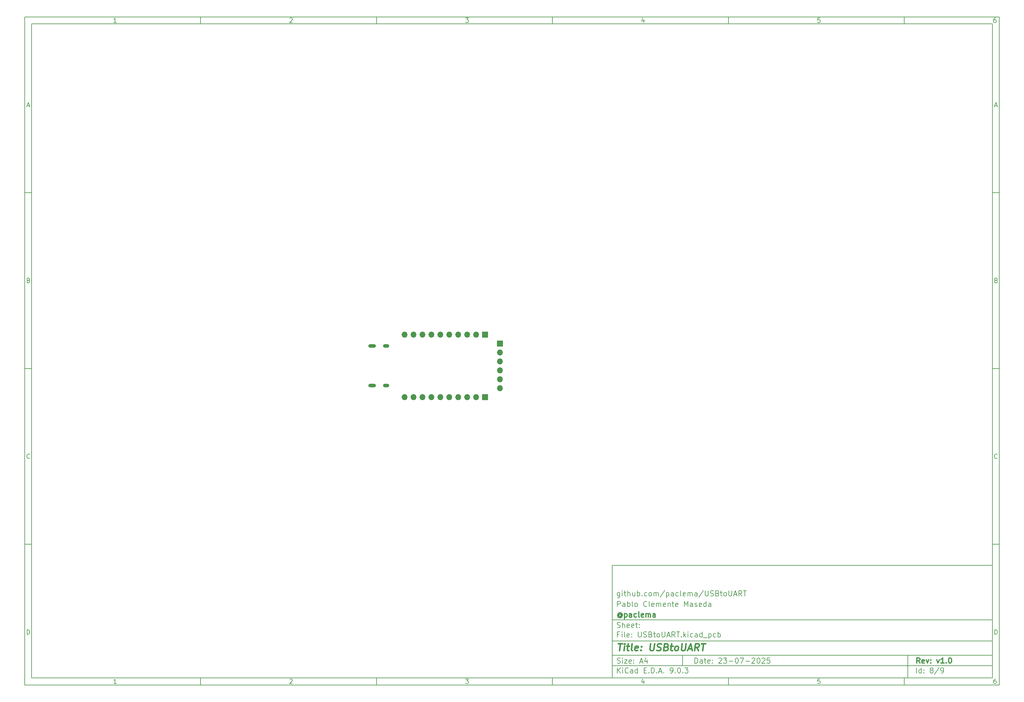
<source format=gbs>
G04 #@! TF.GenerationSoftware,KiCad,Pcbnew,9.0.3*
G04 #@! TF.CreationDate,2025-07-24T11:03:05+02:00*
G04 #@! TF.ProjectId,USBtoUART,55534274-6f55-4415-9254-2e6b69636164,v1.0*
G04 #@! TF.SameCoordinates,Original*
G04 #@! TF.FileFunction,Soldermask,Bot*
G04 #@! TF.FilePolarity,Negative*
%FSLAX46Y46*%
G04 Gerber Fmt 4.6, Leading zero omitted, Abs format (unit mm)*
G04 Created by KiCad (PCBNEW 9.0.3) date 2025-07-24 11:03:05*
%MOMM*%
%LPD*%
G01*
G04 APERTURE LIST*
%ADD10C,0.100000*%
%ADD11C,0.150000*%
%ADD12C,0.300000*%
%ADD13C,0.400000*%
%ADD14O,1.700000X1.700000*%
%ADD15R,1.700000X1.700000*%
%ADD16O,2.200000X1.000000*%
%ADD17O,1.800000X1.000000*%
G04 APERTURE END LIST*
D10*
D11*
X177002200Y-166007200D02*
X285002200Y-166007200D01*
X285002200Y-198007200D01*
X177002200Y-198007200D01*
X177002200Y-166007200D01*
D10*
D11*
X10000000Y-10000000D02*
X287002200Y-10000000D01*
X287002200Y-200007200D01*
X10000000Y-200007200D01*
X10000000Y-10000000D01*
D10*
D11*
X12000000Y-12000000D02*
X285002200Y-12000000D01*
X285002200Y-198007200D01*
X12000000Y-198007200D01*
X12000000Y-12000000D01*
D10*
D11*
X60000000Y-12000000D02*
X60000000Y-10000000D01*
D10*
D11*
X110000000Y-12000000D02*
X110000000Y-10000000D01*
D10*
D11*
X160000000Y-12000000D02*
X160000000Y-10000000D01*
D10*
D11*
X210000000Y-12000000D02*
X210000000Y-10000000D01*
D10*
D11*
X260000000Y-12000000D02*
X260000000Y-10000000D01*
D10*
D11*
X36089160Y-11593604D02*
X35346303Y-11593604D01*
X35717731Y-11593604D02*
X35717731Y-10293604D01*
X35717731Y-10293604D02*
X35593922Y-10479319D01*
X35593922Y-10479319D02*
X35470112Y-10603128D01*
X35470112Y-10603128D02*
X35346303Y-10665033D01*
D10*
D11*
X85346303Y-10417414D02*
X85408207Y-10355509D01*
X85408207Y-10355509D02*
X85532017Y-10293604D01*
X85532017Y-10293604D02*
X85841541Y-10293604D01*
X85841541Y-10293604D02*
X85965350Y-10355509D01*
X85965350Y-10355509D02*
X86027255Y-10417414D01*
X86027255Y-10417414D02*
X86089160Y-10541223D01*
X86089160Y-10541223D02*
X86089160Y-10665033D01*
X86089160Y-10665033D02*
X86027255Y-10850747D01*
X86027255Y-10850747D02*
X85284398Y-11593604D01*
X85284398Y-11593604D02*
X86089160Y-11593604D01*
D10*
D11*
X135284398Y-10293604D02*
X136089160Y-10293604D01*
X136089160Y-10293604D02*
X135655826Y-10788842D01*
X135655826Y-10788842D02*
X135841541Y-10788842D01*
X135841541Y-10788842D02*
X135965350Y-10850747D01*
X135965350Y-10850747D02*
X136027255Y-10912652D01*
X136027255Y-10912652D02*
X136089160Y-11036461D01*
X136089160Y-11036461D02*
X136089160Y-11345985D01*
X136089160Y-11345985D02*
X136027255Y-11469795D01*
X136027255Y-11469795D02*
X135965350Y-11531700D01*
X135965350Y-11531700D02*
X135841541Y-11593604D01*
X135841541Y-11593604D02*
X135470112Y-11593604D01*
X135470112Y-11593604D02*
X135346303Y-11531700D01*
X135346303Y-11531700D02*
X135284398Y-11469795D01*
D10*
D11*
X185965350Y-10726938D02*
X185965350Y-11593604D01*
X185655826Y-10231700D02*
X185346303Y-11160271D01*
X185346303Y-11160271D02*
X186151064Y-11160271D01*
D10*
D11*
X236027255Y-10293604D02*
X235408207Y-10293604D01*
X235408207Y-10293604D02*
X235346303Y-10912652D01*
X235346303Y-10912652D02*
X235408207Y-10850747D01*
X235408207Y-10850747D02*
X235532017Y-10788842D01*
X235532017Y-10788842D02*
X235841541Y-10788842D01*
X235841541Y-10788842D02*
X235965350Y-10850747D01*
X235965350Y-10850747D02*
X236027255Y-10912652D01*
X236027255Y-10912652D02*
X236089160Y-11036461D01*
X236089160Y-11036461D02*
X236089160Y-11345985D01*
X236089160Y-11345985D02*
X236027255Y-11469795D01*
X236027255Y-11469795D02*
X235965350Y-11531700D01*
X235965350Y-11531700D02*
X235841541Y-11593604D01*
X235841541Y-11593604D02*
X235532017Y-11593604D01*
X235532017Y-11593604D02*
X235408207Y-11531700D01*
X235408207Y-11531700D02*
X235346303Y-11469795D01*
D10*
D11*
X285965350Y-10293604D02*
X285717731Y-10293604D01*
X285717731Y-10293604D02*
X285593922Y-10355509D01*
X285593922Y-10355509D02*
X285532017Y-10417414D01*
X285532017Y-10417414D02*
X285408207Y-10603128D01*
X285408207Y-10603128D02*
X285346303Y-10850747D01*
X285346303Y-10850747D02*
X285346303Y-11345985D01*
X285346303Y-11345985D02*
X285408207Y-11469795D01*
X285408207Y-11469795D02*
X285470112Y-11531700D01*
X285470112Y-11531700D02*
X285593922Y-11593604D01*
X285593922Y-11593604D02*
X285841541Y-11593604D01*
X285841541Y-11593604D02*
X285965350Y-11531700D01*
X285965350Y-11531700D02*
X286027255Y-11469795D01*
X286027255Y-11469795D02*
X286089160Y-11345985D01*
X286089160Y-11345985D02*
X286089160Y-11036461D01*
X286089160Y-11036461D02*
X286027255Y-10912652D01*
X286027255Y-10912652D02*
X285965350Y-10850747D01*
X285965350Y-10850747D02*
X285841541Y-10788842D01*
X285841541Y-10788842D02*
X285593922Y-10788842D01*
X285593922Y-10788842D02*
X285470112Y-10850747D01*
X285470112Y-10850747D02*
X285408207Y-10912652D01*
X285408207Y-10912652D02*
X285346303Y-11036461D01*
D10*
D11*
X60000000Y-198007200D02*
X60000000Y-200007200D01*
D10*
D11*
X110000000Y-198007200D02*
X110000000Y-200007200D01*
D10*
D11*
X160000000Y-198007200D02*
X160000000Y-200007200D01*
D10*
D11*
X210000000Y-198007200D02*
X210000000Y-200007200D01*
D10*
D11*
X260000000Y-198007200D02*
X260000000Y-200007200D01*
D10*
D11*
X36089160Y-199600804D02*
X35346303Y-199600804D01*
X35717731Y-199600804D02*
X35717731Y-198300804D01*
X35717731Y-198300804D02*
X35593922Y-198486519D01*
X35593922Y-198486519D02*
X35470112Y-198610328D01*
X35470112Y-198610328D02*
X35346303Y-198672233D01*
D10*
D11*
X85346303Y-198424614D02*
X85408207Y-198362709D01*
X85408207Y-198362709D02*
X85532017Y-198300804D01*
X85532017Y-198300804D02*
X85841541Y-198300804D01*
X85841541Y-198300804D02*
X85965350Y-198362709D01*
X85965350Y-198362709D02*
X86027255Y-198424614D01*
X86027255Y-198424614D02*
X86089160Y-198548423D01*
X86089160Y-198548423D02*
X86089160Y-198672233D01*
X86089160Y-198672233D02*
X86027255Y-198857947D01*
X86027255Y-198857947D02*
X85284398Y-199600804D01*
X85284398Y-199600804D02*
X86089160Y-199600804D01*
D10*
D11*
X135284398Y-198300804D02*
X136089160Y-198300804D01*
X136089160Y-198300804D02*
X135655826Y-198796042D01*
X135655826Y-198796042D02*
X135841541Y-198796042D01*
X135841541Y-198796042D02*
X135965350Y-198857947D01*
X135965350Y-198857947D02*
X136027255Y-198919852D01*
X136027255Y-198919852D02*
X136089160Y-199043661D01*
X136089160Y-199043661D02*
X136089160Y-199353185D01*
X136089160Y-199353185D02*
X136027255Y-199476995D01*
X136027255Y-199476995D02*
X135965350Y-199538900D01*
X135965350Y-199538900D02*
X135841541Y-199600804D01*
X135841541Y-199600804D02*
X135470112Y-199600804D01*
X135470112Y-199600804D02*
X135346303Y-199538900D01*
X135346303Y-199538900D02*
X135284398Y-199476995D01*
D10*
D11*
X185965350Y-198734138D02*
X185965350Y-199600804D01*
X185655826Y-198238900D02*
X185346303Y-199167471D01*
X185346303Y-199167471D02*
X186151064Y-199167471D01*
D10*
D11*
X236027255Y-198300804D02*
X235408207Y-198300804D01*
X235408207Y-198300804D02*
X235346303Y-198919852D01*
X235346303Y-198919852D02*
X235408207Y-198857947D01*
X235408207Y-198857947D02*
X235532017Y-198796042D01*
X235532017Y-198796042D02*
X235841541Y-198796042D01*
X235841541Y-198796042D02*
X235965350Y-198857947D01*
X235965350Y-198857947D02*
X236027255Y-198919852D01*
X236027255Y-198919852D02*
X236089160Y-199043661D01*
X236089160Y-199043661D02*
X236089160Y-199353185D01*
X236089160Y-199353185D02*
X236027255Y-199476995D01*
X236027255Y-199476995D02*
X235965350Y-199538900D01*
X235965350Y-199538900D02*
X235841541Y-199600804D01*
X235841541Y-199600804D02*
X235532017Y-199600804D01*
X235532017Y-199600804D02*
X235408207Y-199538900D01*
X235408207Y-199538900D02*
X235346303Y-199476995D01*
D10*
D11*
X285965350Y-198300804D02*
X285717731Y-198300804D01*
X285717731Y-198300804D02*
X285593922Y-198362709D01*
X285593922Y-198362709D02*
X285532017Y-198424614D01*
X285532017Y-198424614D02*
X285408207Y-198610328D01*
X285408207Y-198610328D02*
X285346303Y-198857947D01*
X285346303Y-198857947D02*
X285346303Y-199353185D01*
X285346303Y-199353185D02*
X285408207Y-199476995D01*
X285408207Y-199476995D02*
X285470112Y-199538900D01*
X285470112Y-199538900D02*
X285593922Y-199600804D01*
X285593922Y-199600804D02*
X285841541Y-199600804D01*
X285841541Y-199600804D02*
X285965350Y-199538900D01*
X285965350Y-199538900D02*
X286027255Y-199476995D01*
X286027255Y-199476995D02*
X286089160Y-199353185D01*
X286089160Y-199353185D02*
X286089160Y-199043661D01*
X286089160Y-199043661D02*
X286027255Y-198919852D01*
X286027255Y-198919852D02*
X285965350Y-198857947D01*
X285965350Y-198857947D02*
X285841541Y-198796042D01*
X285841541Y-198796042D02*
X285593922Y-198796042D01*
X285593922Y-198796042D02*
X285470112Y-198857947D01*
X285470112Y-198857947D02*
X285408207Y-198919852D01*
X285408207Y-198919852D02*
X285346303Y-199043661D01*
D10*
D11*
X10000000Y-60000000D02*
X12000000Y-60000000D01*
D10*
D11*
X10000000Y-110000000D02*
X12000000Y-110000000D01*
D10*
D11*
X10000000Y-160000000D02*
X12000000Y-160000000D01*
D10*
D11*
X10690476Y-35222176D02*
X11309523Y-35222176D01*
X10566666Y-35593604D02*
X10999999Y-34293604D01*
X10999999Y-34293604D02*
X11433333Y-35593604D01*
D10*
D11*
X11092857Y-84912652D02*
X11278571Y-84974557D01*
X11278571Y-84974557D02*
X11340476Y-85036461D01*
X11340476Y-85036461D02*
X11402380Y-85160271D01*
X11402380Y-85160271D02*
X11402380Y-85345985D01*
X11402380Y-85345985D02*
X11340476Y-85469795D01*
X11340476Y-85469795D02*
X11278571Y-85531700D01*
X11278571Y-85531700D02*
X11154761Y-85593604D01*
X11154761Y-85593604D02*
X10659523Y-85593604D01*
X10659523Y-85593604D02*
X10659523Y-84293604D01*
X10659523Y-84293604D02*
X11092857Y-84293604D01*
X11092857Y-84293604D02*
X11216666Y-84355509D01*
X11216666Y-84355509D02*
X11278571Y-84417414D01*
X11278571Y-84417414D02*
X11340476Y-84541223D01*
X11340476Y-84541223D02*
X11340476Y-84665033D01*
X11340476Y-84665033D02*
X11278571Y-84788842D01*
X11278571Y-84788842D02*
X11216666Y-84850747D01*
X11216666Y-84850747D02*
X11092857Y-84912652D01*
X11092857Y-84912652D02*
X10659523Y-84912652D01*
D10*
D11*
X11402380Y-135469795D02*
X11340476Y-135531700D01*
X11340476Y-135531700D02*
X11154761Y-135593604D01*
X11154761Y-135593604D02*
X11030952Y-135593604D01*
X11030952Y-135593604D02*
X10845238Y-135531700D01*
X10845238Y-135531700D02*
X10721428Y-135407890D01*
X10721428Y-135407890D02*
X10659523Y-135284080D01*
X10659523Y-135284080D02*
X10597619Y-135036461D01*
X10597619Y-135036461D02*
X10597619Y-134850747D01*
X10597619Y-134850747D02*
X10659523Y-134603128D01*
X10659523Y-134603128D02*
X10721428Y-134479319D01*
X10721428Y-134479319D02*
X10845238Y-134355509D01*
X10845238Y-134355509D02*
X11030952Y-134293604D01*
X11030952Y-134293604D02*
X11154761Y-134293604D01*
X11154761Y-134293604D02*
X11340476Y-134355509D01*
X11340476Y-134355509D02*
X11402380Y-134417414D01*
D10*
D11*
X10659523Y-185593604D02*
X10659523Y-184293604D01*
X10659523Y-184293604D02*
X10969047Y-184293604D01*
X10969047Y-184293604D02*
X11154761Y-184355509D01*
X11154761Y-184355509D02*
X11278571Y-184479319D01*
X11278571Y-184479319D02*
X11340476Y-184603128D01*
X11340476Y-184603128D02*
X11402380Y-184850747D01*
X11402380Y-184850747D02*
X11402380Y-185036461D01*
X11402380Y-185036461D02*
X11340476Y-185284080D01*
X11340476Y-185284080D02*
X11278571Y-185407890D01*
X11278571Y-185407890D02*
X11154761Y-185531700D01*
X11154761Y-185531700D02*
X10969047Y-185593604D01*
X10969047Y-185593604D02*
X10659523Y-185593604D01*
D10*
D11*
X287002200Y-60000000D02*
X285002200Y-60000000D01*
D10*
D11*
X287002200Y-110000000D02*
X285002200Y-110000000D01*
D10*
D11*
X287002200Y-160000000D02*
X285002200Y-160000000D01*
D10*
D11*
X285692676Y-35222176D02*
X286311723Y-35222176D01*
X285568866Y-35593604D02*
X286002199Y-34293604D01*
X286002199Y-34293604D02*
X286435533Y-35593604D01*
D10*
D11*
X286095057Y-84912652D02*
X286280771Y-84974557D01*
X286280771Y-84974557D02*
X286342676Y-85036461D01*
X286342676Y-85036461D02*
X286404580Y-85160271D01*
X286404580Y-85160271D02*
X286404580Y-85345985D01*
X286404580Y-85345985D02*
X286342676Y-85469795D01*
X286342676Y-85469795D02*
X286280771Y-85531700D01*
X286280771Y-85531700D02*
X286156961Y-85593604D01*
X286156961Y-85593604D02*
X285661723Y-85593604D01*
X285661723Y-85593604D02*
X285661723Y-84293604D01*
X285661723Y-84293604D02*
X286095057Y-84293604D01*
X286095057Y-84293604D02*
X286218866Y-84355509D01*
X286218866Y-84355509D02*
X286280771Y-84417414D01*
X286280771Y-84417414D02*
X286342676Y-84541223D01*
X286342676Y-84541223D02*
X286342676Y-84665033D01*
X286342676Y-84665033D02*
X286280771Y-84788842D01*
X286280771Y-84788842D02*
X286218866Y-84850747D01*
X286218866Y-84850747D02*
X286095057Y-84912652D01*
X286095057Y-84912652D02*
X285661723Y-84912652D01*
D10*
D11*
X286404580Y-135469795D02*
X286342676Y-135531700D01*
X286342676Y-135531700D02*
X286156961Y-135593604D01*
X286156961Y-135593604D02*
X286033152Y-135593604D01*
X286033152Y-135593604D02*
X285847438Y-135531700D01*
X285847438Y-135531700D02*
X285723628Y-135407890D01*
X285723628Y-135407890D02*
X285661723Y-135284080D01*
X285661723Y-135284080D02*
X285599819Y-135036461D01*
X285599819Y-135036461D02*
X285599819Y-134850747D01*
X285599819Y-134850747D02*
X285661723Y-134603128D01*
X285661723Y-134603128D02*
X285723628Y-134479319D01*
X285723628Y-134479319D02*
X285847438Y-134355509D01*
X285847438Y-134355509D02*
X286033152Y-134293604D01*
X286033152Y-134293604D02*
X286156961Y-134293604D01*
X286156961Y-134293604D02*
X286342676Y-134355509D01*
X286342676Y-134355509D02*
X286404580Y-134417414D01*
D10*
D11*
X285661723Y-185593604D02*
X285661723Y-184293604D01*
X285661723Y-184293604D02*
X285971247Y-184293604D01*
X285971247Y-184293604D02*
X286156961Y-184355509D01*
X286156961Y-184355509D02*
X286280771Y-184479319D01*
X286280771Y-184479319D02*
X286342676Y-184603128D01*
X286342676Y-184603128D02*
X286404580Y-184850747D01*
X286404580Y-184850747D02*
X286404580Y-185036461D01*
X286404580Y-185036461D02*
X286342676Y-185284080D01*
X286342676Y-185284080D02*
X286280771Y-185407890D01*
X286280771Y-185407890D02*
X286156961Y-185531700D01*
X286156961Y-185531700D02*
X285971247Y-185593604D01*
X285971247Y-185593604D02*
X285661723Y-185593604D01*
D10*
D11*
X200458026Y-193793328D02*
X200458026Y-192293328D01*
X200458026Y-192293328D02*
X200815169Y-192293328D01*
X200815169Y-192293328D02*
X201029455Y-192364757D01*
X201029455Y-192364757D02*
X201172312Y-192507614D01*
X201172312Y-192507614D02*
X201243741Y-192650471D01*
X201243741Y-192650471D02*
X201315169Y-192936185D01*
X201315169Y-192936185D02*
X201315169Y-193150471D01*
X201315169Y-193150471D02*
X201243741Y-193436185D01*
X201243741Y-193436185D02*
X201172312Y-193579042D01*
X201172312Y-193579042D02*
X201029455Y-193721900D01*
X201029455Y-193721900D02*
X200815169Y-193793328D01*
X200815169Y-193793328D02*
X200458026Y-193793328D01*
X202600884Y-193793328D02*
X202600884Y-193007614D01*
X202600884Y-193007614D02*
X202529455Y-192864757D01*
X202529455Y-192864757D02*
X202386598Y-192793328D01*
X202386598Y-192793328D02*
X202100884Y-192793328D01*
X202100884Y-192793328D02*
X201958026Y-192864757D01*
X202600884Y-193721900D02*
X202458026Y-193793328D01*
X202458026Y-193793328D02*
X202100884Y-193793328D01*
X202100884Y-193793328D02*
X201958026Y-193721900D01*
X201958026Y-193721900D02*
X201886598Y-193579042D01*
X201886598Y-193579042D02*
X201886598Y-193436185D01*
X201886598Y-193436185D02*
X201958026Y-193293328D01*
X201958026Y-193293328D02*
X202100884Y-193221900D01*
X202100884Y-193221900D02*
X202458026Y-193221900D01*
X202458026Y-193221900D02*
X202600884Y-193150471D01*
X203100884Y-192793328D02*
X203672312Y-192793328D01*
X203315169Y-192293328D02*
X203315169Y-193579042D01*
X203315169Y-193579042D02*
X203386598Y-193721900D01*
X203386598Y-193721900D02*
X203529455Y-193793328D01*
X203529455Y-193793328D02*
X203672312Y-193793328D01*
X204743741Y-193721900D02*
X204600884Y-193793328D01*
X204600884Y-193793328D02*
X204315170Y-193793328D01*
X204315170Y-193793328D02*
X204172312Y-193721900D01*
X204172312Y-193721900D02*
X204100884Y-193579042D01*
X204100884Y-193579042D02*
X204100884Y-193007614D01*
X204100884Y-193007614D02*
X204172312Y-192864757D01*
X204172312Y-192864757D02*
X204315170Y-192793328D01*
X204315170Y-192793328D02*
X204600884Y-192793328D01*
X204600884Y-192793328D02*
X204743741Y-192864757D01*
X204743741Y-192864757D02*
X204815170Y-193007614D01*
X204815170Y-193007614D02*
X204815170Y-193150471D01*
X204815170Y-193150471D02*
X204100884Y-193293328D01*
X205458026Y-193650471D02*
X205529455Y-193721900D01*
X205529455Y-193721900D02*
X205458026Y-193793328D01*
X205458026Y-193793328D02*
X205386598Y-193721900D01*
X205386598Y-193721900D02*
X205458026Y-193650471D01*
X205458026Y-193650471D02*
X205458026Y-193793328D01*
X205458026Y-192864757D02*
X205529455Y-192936185D01*
X205529455Y-192936185D02*
X205458026Y-193007614D01*
X205458026Y-193007614D02*
X205386598Y-192936185D01*
X205386598Y-192936185D02*
X205458026Y-192864757D01*
X205458026Y-192864757D02*
X205458026Y-193007614D01*
X207243741Y-192436185D02*
X207315169Y-192364757D01*
X207315169Y-192364757D02*
X207458027Y-192293328D01*
X207458027Y-192293328D02*
X207815169Y-192293328D01*
X207815169Y-192293328D02*
X207958027Y-192364757D01*
X207958027Y-192364757D02*
X208029455Y-192436185D01*
X208029455Y-192436185D02*
X208100884Y-192579042D01*
X208100884Y-192579042D02*
X208100884Y-192721900D01*
X208100884Y-192721900D02*
X208029455Y-192936185D01*
X208029455Y-192936185D02*
X207172312Y-193793328D01*
X207172312Y-193793328D02*
X208100884Y-193793328D01*
X208600883Y-192293328D02*
X209529455Y-192293328D01*
X209529455Y-192293328D02*
X209029455Y-192864757D01*
X209029455Y-192864757D02*
X209243740Y-192864757D01*
X209243740Y-192864757D02*
X209386598Y-192936185D01*
X209386598Y-192936185D02*
X209458026Y-193007614D01*
X209458026Y-193007614D02*
X209529455Y-193150471D01*
X209529455Y-193150471D02*
X209529455Y-193507614D01*
X209529455Y-193507614D02*
X209458026Y-193650471D01*
X209458026Y-193650471D02*
X209386598Y-193721900D01*
X209386598Y-193721900D02*
X209243740Y-193793328D01*
X209243740Y-193793328D02*
X208815169Y-193793328D01*
X208815169Y-193793328D02*
X208672312Y-193721900D01*
X208672312Y-193721900D02*
X208600883Y-193650471D01*
X210172311Y-193221900D02*
X211315169Y-193221900D01*
X212315169Y-192293328D02*
X212458026Y-192293328D01*
X212458026Y-192293328D02*
X212600883Y-192364757D01*
X212600883Y-192364757D02*
X212672312Y-192436185D01*
X212672312Y-192436185D02*
X212743740Y-192579042D01*
X212743740Y-192579042D02*
X212815169Y-192864757D01*
X212815169Y-192864757D02*
X212815169Y-193221900D01*
X212815169Y-193221900D02*
X212743740Y-193507614D01*
X212743740Y-193507614D02*
X212672312Y-193650471D01*
X212672312Y-193650471D02*
X212600883Y-193721900D01*
X212600883Y-193721900D02*
X212458026Y-193793328D01*
X212458026Y-193793328D02*
X212315169Y-193793328D01*
X212315169Y-193793328D02*
X212172312Y-193721900D01*
X212172312Y-193721900D02*
X212100883Y-193650471D01*
X212100883Y-193650471D02*
X212029454Y-193507614D01*
X212029454Y-193507614D02*
X211958026Y-193221900D01*
X211958026Y-193221900D02*
X211958026Y-192864757D01*
X211958026Y-192864757D02*
X212029454Y-192579042D01*
X212029454Y-192579042D02*
X212100883Y-192436185D01*
X212100883Y-192436185D02*
X212172312Y-192364757D01*
X212172312Y-192364757D02*
X212315169Y-192293328D01*
X213315168Y-192293328D02*
X214315168Y-192293328D01*
X214315168Y-192293328D02*
X213672311Y-193793328D01*
X214886596Y-193221900D02*
X216029454Y-193221900D01*
X216672311Y-192436185D02*
X216743739Y-192364757D01*
X216743739Y-192364757D02*
X216886597Y-192293328D01*
X216886597Y-192293328D02*
X217243739Y-192293328D01*
X217243739Y-192293328D02*
X217386597Y-192364757D01*
X217386597Y-192364757D02*
X217458025Y-192436185D01*
X217458025Y-192436185D02*
X217529454Y-192579042D01*
X217529454Y-192579042D02*
X217529454Y-192721900D01*
X217529454Y-192721900D02*
X217458025Y-192936185D01*
X217458025Y-192936185D02*
X216600882Y-193793328D01*
X216600882Y-193793328D02*
X217529454Y-193793328D01*
X218458025Y-192293328D02*
X218600882Y-192293328D01*
X218600882Y-192293328D02*
X218743739Y-192364757D01*
X218743739Y-192364757D02*
X218815168Y-192436185D01*
X218815168Y-192436185D02*
X218886596Y-192579042D01*
X218886596Y-192579042D02*
X218958025Y-192864757D01*
X218958025Y-192864757D02*
X218958025Y-193221900D01*
X218958025Y-193221900D02*
X218886596Y-193507614D01*
X218886596Y-193507614D02*
X218815168Y-193650471D01*
X218815168Y-193650471D02*
X218743739Y-193721900D01*
X218743739Y-193721900D02*
X218600882Y-193793328D01*
X218600882Y-193793328D02*
X218458025Y-193793328D01*
X218458025Y-193793328D02*
X218315168Y-193721900D01*
X218315168Y-193721900D02*
X218243739Y-193650471D01*
X218243739Y-193650471D02*
X218172310Y-193507614D01*
X218172310Y-193507614D02*
X218100882Y-193221900D01*
X218100882Y-193221900D02*
X218100882Y-192864757D01*
X218100882Y-192864757D02*
X218172310Y-192579042D01*
X218172310Y-192579042D02*
X218243739Y-192436185D01*
X218243739Y-192436185D02*
X218315168Y-192364757D01*
X218315168Y-192364757D02*
X218458025Y-192293328D01*
X219529453Y-192436185D02*
X219600881Y-192364757D01*
X219600881Y-192364757D02*
X219743739Y-192293328D01*
X219743739Y-192293328D02*
X220100881Y-192293328D01*
X220100881Y-192293328D02*
X220243739Y-192364757D01*
X220243739Y-192364757D02*
X220315167Y-192436185D01*
X220315167Y-192436185D02*
X220386596Y-192579042D01*
X220386596Y-192579042D02*
X220386596Y-192721900D01*
X220386596Y-192721900D02*
X220315167Y-192936185D01*
X220315167Y-192936185D02*
X219458024Y-193793328D01*
X219458024Y-193793328D02*
X220386596Y-193793328D01*
X221743738Y-192293328D02*
X221029452Y-192293328D01*
X221029452Y-192293328D02*
X220958024Y-193007614D01*
X220958024Y-193007614D02*
X221029452Y-192936185D01*
X221029452Y-192936185D02*
X221172310Y-192864757D01*
X221172310Y-192864757D02*
X221529452Y-192864757D01*
X221529452Y-192864757D02*
X221672310Y-192936185D01*
X221672310Y-192936185D02*
X221743738Y-193007614D01*
X221743738Y-193007614D02*
X221815167Y-193150471D01*
X221815167Y-193150471D02*
X221815167Y-193507614D01*
X221815167Y-193507614D02*
X221743738Y-193650471D01*
X221743738Y-193650471D02*
X221672310Y-193721900D01*
X221672310Y-193721900D02*
X221529452Y-193793328D01*
X221529452Y-193793328D02*
X221172310Y-193793328D01*
X221172310Y-193793328D02*
X221029452Y-193721900D01*
X221029452Y-193721900D02*
X220958024Y-193650471D01*
D10*
D11*
X177002200Y-194507200D02*
X285002200Y-194507200D01*
D10*
D11*
X178458026Y-196593328D02*
X178458026Y-195093328D01*
X179315169Y-196593328D02*
X178672312Y-195736185D01*
X179315169Y-195093328D02*
X178458026Y-195950471D01*
X179958026Y-196593328D02*
X179958026Y-195593328D01*
X179958026Y-195093328D02*
X179886598Y-195164757D01*
X179886598Y-195164757D02*
X179958026Y-195236185D01*
X179958026Y-195236185D02*
X180029455Y-195164757D01*
X180029455Y-195164757D02*
X179958026Y-195093328D01*
X179958026Y-195093328D02*
X179958026Y-195236185D01*
X181529455Y-196450471D02*
X181458027Y-196521900D01*
X181458027Y-196521900D02*
X181243741Y-196593328D01*
X181243741Y-196593328D02*
X181100884Y-196593328D01*
X181100884Y-196593328D02*
X180886598Y-196521900D01*
X180886598Y-196521900D02*
X180743741Y-196379042D01*
X180743741Y-196379042D02*
X180672312Y-196236185D01*
X180672312Y-196236185D02*
X180600884Y-195950471D01*
X180600884Y-195950471D02*
X180600884Y-195736185D01*
X180600884Y-195736185D02*
X180672312Y-195450471D01*
X180672312Y-195450471D02*
X180743741Y-195307614D01*
X180743741Y-195307614D02*
X180886598Y-195164757D01*
X180886598Y-195164757D02*
X181100884Y-195093328D01*
X181100884Y-195093328D02*
X181243741Y-195093328D01*
X181243741Y-195093328D02*
X181458027Y-195164757D01*
X181458027Y-195164757D02*
X181529455Y-195236185D01*
X182815170Y-196593328D02*
X182815170Y-195807614D01*
X182815170Y-195807614D02*
X182743741Y-195664757D01*
X182743741Y-195664757D02*
X182600884Y-195593328D01*
X182600884Y-195593328D02*
X182315170Y-195593328D01*
X182315170Y-195593328D02*
X182172312Y-195664757D01*
X182815170Y-196521900D02*
X182672312Y-196593328D01*
X182672312Y-196593328D02*
X182315170Y-196593328D01*
X182315170Y-196593328D02*
X182172312Y-196521900D01*
X182172312Y-196521900D02*
X182100884Y-196379042D01*
X182100884Y-196379042D02*
X182100884Y-196236185D01*
X182100884Y-196236185D02*
X182172312Y-196093328D01*
X182172312Y-196093328D02*
X182315170Y-196021900D01*
X182315170Y-196021900D02*
X182672312Y-196021900D01*
X182672312Y-196021900D02*
X182815170Y-195950471D01*
X184172313Y-196593328D02*
X184172313Y-195093328D01*
X184172313Y-196521900D02*
X184029455Y-196593328D01*
X184029455Y-196593328D02*
X183743741Y-196593328D01*
X183743741Y-196593328D02*
X183600884Y-196521900D01*
X183600884Y-196521900D02*
X183529455Y-196450471D01*
X183529455Y-196450471D02*
X183458027Y-196307614D01*
X183458027Y-196307614D02*
X183458027Y-195879042D01*
X183458027Y-195879042D02*
X183529455Y-195736185D01*
X183529455Y-195736185D02*
X183600884Y-195664757D01*
X183600884Y-195664757D02*
X183743741Y-195593328D01*
X183743741Y-195593328D02*
X184029455Y-195593328D01*
X184029455Y-195593328D02*
X184172313Y-195664757D01*
X186029455Y-195807614D02*
X186529455Y-195807614D01*
X186743741Y-196593328D02*
X186029455Y-196593328D01*
X186029455Y-196593328D02*
X186029455Y-195093328D01*
X186029455Y-195093328D02*
X186743741Y-195093328D01*
X187386598Y-196450471D02*
X187458027Y-196521900D01*
X187458027Y-196521900D02*
X187386598Y-196593328D01*
X187386598Y-196593328D02*
X187315170Y-196521900D01*
X187315170Y-196521900D02*
X187386598Y-196450471D01*
X187386598Y-196450471D02*
X187386598Y-196593328D01*
X188100884Y-196593328D02*
X188100884Y-195093328D01*
X188100884Y-195093328D02*
X188458027Y-195093328D01*
X188458027Y-195093328D02*
X188672313Y-195164757D01*
X188672313Y-195164757D02*
X188815170Y-195307614D01*
X188815170Y-195307614D02*
X188886599Y-195450471D01*
X188886599Y-195450471D02*
X188958027Y-195736185D01*
X188958027Y-195736185D02*
X188958027Y-195950471D01*
X188958027Y-195950471D02*
X188886599Y-196236185D01*
X188886599Y-196236185D02*
X188815170Y-196379042D01*
X188815170Y-196379042D02*
X188672313Y-196521900D01*
X188672313Y-196521900D02*
X188458027Y-196593328D01*
X188458027Y-196593328D02*
X188100884Y-196593328D01*
X189600884Y-196450471D02*
X189672313Y-196521900D01*
X189672313Y-196521900D02*
X189600884Y-196593328D01*
X189600884Y-196593328D02*
X189529456Y-196521900D01*
X189529456Y-196521900D02*
X189600884Y-196450471D01*
X189600884Y-196450471D02*
X189600884Y-196593328D01*
X190243742Y-196164757D02*
X190958028Y-196164757D01*
X190100885Y-196593328D02*
X190600885Y-195093328D01*
X190600885Y-195093328D02*
X191100885Y-196593328D01*
X191600884Y-196450471D02*
X191672313Y-196521900D01*
X191672313Y-196521900D02*
X191600884Y-196593328D01*
X191600884Y-196593328D02*
X191529456Y-196521900D01*
X191529456Y-196521900D02*
X191600884Y-196450471D01*
X191600884Y-196450471D02*
X191600884Y-196593328D01*
X193529456Y-196593328D02*
X193815170Y-196593328D01*
X193815170Y-196593328D02*
X193958027Y-196521900D01*
X193958027Y-196521900D02*
X194029456Y-196450471D01*
X194029456Y-196450471D02*
X194172313Y-196236185D01*
X194172313Y-196236185D02*
X194243742Y-195950471D01*
X194243742Y-195950471D02*
X194243742Y-195379042D01*
X194243742Y-195379042D02*
X194172313Y-195236185D01*
X194172313Y-195236185D02*
X194100885Y-195164757D01*
X194100885Y-195164757D02*
X193958027Y-195093328D01*
X193958027Y-195093328D02*
X193672313Y-195093328D01*
X193672313Y-195093328D02*
X193529456Y-195164757D01*
X193529456Y-195164757D02*
X193458027Y-195236185D01*
X193458027Y-195236185D02*
X193386599Y-195379042D01*
X193386599Y-195379042D02*
X193386599Y-195736185D01*
X193386599Y-195736185D02*
X193458027Y-195879042D01*
X193458027Y-195879042D02*
X193529456Y-195950471D01*
X193529456Y-195950471D02*
X193672313Y-196021900D01*
X193672313Y-196021900D02*
X193958027Y-196021900D01*
X193958027Y-196021900D02*
X194100885Y-195950471D01*
X194100885Y-195950471D02*
X194172313Y-195879042D01*
X194172313Y-195879042D02*
X194243742Y-195736185D01*
X194886598Y-196450471D02*
X194958027Y-196521900D01*
X194958027Y-196521900D02*
X194886598Y-196593328D01*
X194886598Y-196593328D02*
X194815170Y-196521900D01*
X194815170Y-196521900D02*
X194886598Y-196450471D01*
X194886598Y-196450471D02*
X194886598Y-196593328D01*
X195886599Y-195093328D02*
X196029456Y-195093328D01*
X196029456Y-195093328D02*
X196172313Y-195164757D01*
X196172313Y-195164757D02*
X196243742Y-195236185D01*
X196243742Y-195236185D02*
X196315170Y-195379042D01*
X196315170Y-195379042D02*
X196386599Y-195664757D01*
X196386599Y-195664757D02*
X196386599Y-196021900D01*
X196386599Y-196021900D02*
X196315170Y-196307614D01*
X196315170Y-196307614D02*
X196243742Y-196450471D01*
X196243742Y-196450471D02*
X196172313Y-196521900D01*
X196172313Y-196521900D02*
X196029456Y-196593328D01*
X196029456Y-196593328D02*
X195886599Y-196593328D01*
X195886599Y-196593328D02*
X195743742Y-196521900D01*
X195743742Y-196521900D02*
X195672313Y-196450471D01*
X195672313Y-196450471D02*
X195600884Y-196307614D01*
X195600884Y-196307614D02*
X195529456Y-196021900D01*
X195529456Y-196021900D02*
X195529456Y-195664757D01*
X195529456Y-195664757D02*
X195600884Y-195379042D01*
X195600884Y-195379042D02*
X195672313Y-195236185D01*
X195672313Y-195236185D02*
X195743742Y-195164757D01*
X195743742Y-195164757D02*
X195886599Y-195093328D01*
X197029455Y-196450471D02*
X197100884Y-196521900D01*
X197100884Y-196521900D02*
X197029455Y-196593328D01*
X197029455Y-196593328D02*
X196958027Y-196521900D01*
X196958027Y-196521900D02*
X197029455Y-196450471D01*
X197029455Y-196450471D02*
X197029455Y-196593328D01*
X197600884Y-195093328D02*
X198529456Y-195093328D01*
X198529456Y-195093328D02*
X198029456Y-195664757D01*
X198029456Y-195664757D02*
X198243741Y-195664757D01*
X198243741Y-195664757D02*
X198386599Y-195736185D01*
X198386599Y-195736185D02*
X198458027Y-195807614D01*
X198458027Y-195807614D02*
X198529456Y-195950471D01*
X198529456Y-195950471D02*
X198529456Y-196307614D01*
X198529456Y-196307614D02*
X198458027Y-196450471D01*
X198458027Y-196450471D02*
X198386599Y-196521900D01*
X198386599Y-196521900D02*
X198243741Y-196593328D01*
X198243741Y-196593328D02*
X197815170Y-196593328D01*
X197815170Y-196593328D02*
X197672313Y-196521900D01*
X197672313Y-196521900D02*
X197600884Y-196450471D01*
D10*
D11*
X177002200Y-191507200D02*
X285002200Y-191507200D01*
D10*
D12*
X264413853Y-193785528D02*
X263913853Y-193071242D01*
X263556710Y-193785528D02*
X263556710Y-192285528D01*
X263556710Y-192285528D02*
X264128139Y-192285528D01*
X264128139Y-192285528D02*
X264270996Y-192356957D01*
X264270996Y-192356957D02*
X264342425Y-192428385D01*
X264342425Y-192428385D02*
X264413853Y-192571242D01*
X264413853Y-192571242D02*
X264413853Y-192785528D01*
X264413853Y-192785528D02*
X264342425Y-192928385D01*
X264342425Y-192928385D02*
X264270996Y-192999814D01*
X264270996Y-192999814D02*
X264128139Y-193071242D01*
X264128139Y-193071242D02*
X263556710Y-193071242D01*
X265628139Y-193714100D02*
X265485282Y-193785528D01*
X265485282Y-193785528D02*
X265199568Y-193785528D01*
X265199568Y-193785528D02*
X265056710Y-193714100D01*
X265056710Y-193714100D02*
X264985282Y-193571242D01*
X264985282Y-193571242D02*
X264985282Y-192999814D01*
X264985282Y-192999814D02*
X265056710Y-192856957D01*
X265056710Y-192856957D02*
X265199568Y-192785528D01*
X265199568Y-192785528D02*
X265485282Y-192785528D01*
X265485282Y-192785528D02*
X265628139Y-192856957D01*
X265628139Y-192856957D02*
X265699568Y-192999814D01*
X265699568Y-192999814D02*
X265699568Y-193142671D01*
X265699568Y-193142671D02*
X264985282Y-193285528D01*
X266199567Y-192785528D02*
X266556710Y-193785528D01*
X266556710Y-193785528D02*
X266913853Y-192785528D01*
X267485281Y-193642671D02*
X267556710Y-193714100D01*
X267556710Y-193714100D02*
X267485281Y-193785528D01*
X267485281Y-193785528D02*
X267413853Y-193714100D01*
X267413853Y-193714100D02*
X267485281Y-193642671D01*
X267485281Y-193642671D02*
X267485281Y-193785528D01*
X267485281Y-192856957D02*
X267556710Y-192928385D01*
X267556710Y-192928385D02*
X267485281Y-192999814D01*
X267485281Y-192999814D02*
X267413853Y-192928385D01*
X267413853Y-192928385D02*
X267485281Y-192856957D01*
X267485281Y-192856957D02*
X267485281Y-192999814D01*
X269199567Y-192785528D02*
X269556710Y-193785528D01*
X269556710Y-193785528D02*
X269913853Y-192785528D01*
X271270996Y-193785528D02*
X270413853Y-193785528D01*
X270842424Y-193785528D02*
X270842424Y-192285528D01*
X270842424Y-192285528D02*
X270699567Y-192499814D01*
X270699567Y-192499814D02*
X270556710Y-192642671D01*
X270556710Y-192642671D02*
X270413853Y-192714100D01*
X271913852Y-193642671D02*
X271985281Y-193714100D01*
X271985281Y-193714100D02*
X271913852Y-193785528D01*
X271913852Y-193785528D02*
X271842424Y-193714100D01*
X271842424Y-193714100D02*
X271913852Y-193642671D01*
X271913852Y-193642671D02*
X271913852Y-193785528D01*
X272913853Y-192285528D02*
X273056710Y-192285528D01*
X273056710Y-192285528D02*
X273199567Y-192356957D01*
X273199567Y-192356957D02*
X273270996Y-192428385D01*
X273270996Y-192428385D02*
X273342424Y-192571242D01*
X273342424Y-192571242D02*
X273413853Y-192856957D01*
X273413853Y-192856957D02*
X273413853Y-193214100D01*
X273413853Y-193214100D02*
X273342424Y-193499814D01*
X273342424Y-193499814D02*
X273270996Y-193642671D01*
X273270996Y-193642671D02*
X273199567Y-193714100D01*
X273199567Y-193714100D02*
X273056710Y-193785528D01*
X273056710Y-193785528D02*
X272913853Y-193785528D01*
X272913853Y-193785528D02*
X272770996Y-193714100D01*
X272770996Y-193714100D02*
X272699567Y-193642671D01*
X272699567Y-193642671D02*
X272628138Y-193499814D01*
X272628138Y-193499814D02*
X272556710Y-193214100D01*
X272556710Y-193214100D02*
X272556710Y-192856957D01*
X272556710Y-192856957D02*
X272628138Y-192571242D01*
X272628138Y-192571242D02*
X272699567Y-192428385D01*
X272699567Y-192428385D02*
X272770996Y-192356957D01*
X272770996Y-192356957D02*
X272913853Y-192285528D01*
D10*
D11*
X178386598Y-193721900D02*
X178600884Y-193793328D01*
X178600884Y-193793328D02*
X178958026Y-193793328D01*
X178958026Y-193793328D02*
X179100884Y-193721900D01*
X179100884Y-193721900D02*
X179172312Y-193650471D01*
X179172312Y-193650471D02*
X179243741Y-193507614D01*
X179243741Y-193507614D02*
X179243741Y-193364757D01*
X179243741Y-193364757D02*
X179172312Y-193221900D01*
X179172312Y-193221900D02*
X179100884Y-193150471D01*
X179100884Y-193150471D02*
X178958026Y-193079042D01*
X178958026Y-193079042D02*
X178672312Y-193007614D01*
X178672312Y-193007614D02*
X178529455Y-192936185D01*
X178529455Y-192936185D02*
X178458026Y-192864757D01*
X178458026Y-192864757D02*
X178386598Y-192721900D01*
X178386598Y-192721900D02*
X178386598Y-192579042D01*
X178386598Y-192579042D02*
X178458026Y-192436185D01*
X178458026Y-192436185D02*
X178529455Y-192364757D01*
X178529455Y-192364757D02*
X178672312Y-192293328D01*
X178672312Y-192293328D02*
X179029455Y-192293328D01*
X179029455Y-192293328D02*
X179243741Y-192364757D01*
X179886597Y-193793328D02*
X179886597Y-192793328D01*
X179886597Y-192293328D02*
X179815169Y-192364757D01*
X179815169Y-192364757D02*
X179886597Y-192436185D01*
X179886597Y-192436185D02*
X179958026Y-192364757D01*
X179958026Y-192364757D02*
X179886597Y-192293328D01*
X179886597Y-192293328D02*
X179886597Y-192436185D01*
X180458026Y-192793328D02*
X181243741Y-192793328D01*
X181243741Y-192793328D02*
X180458026Y-193793328D01*
X180458026Y-193793328D02*
X181243741Y-193793328D01*
X182386598Y-193721900D02*
X182243741Y-193793328D01*
X182243741Y-193793328D02*
X181958027Y-193793328D01*
X181958027Y-193793328D02*
X181815169Y-193721900D01*
X181815169Y-193721900D02*
X181743741Y-193579042D01*
X181743741Y-193579042D02*
X181743741Y-193007614D01*
X181743741Y-193007614D02*
X181815169Y-192864757D01*
X181815169Y-192864757D02*
X181958027Y-192793328D01*
X181958027Y-192793328D02*
X182243741Y-192793328D01*
X182243741Y-192793328D02*
X182386598Y-192864757D01*
X182386598Y-192864757D02*
X182458027Y-193007614D01*
X182458027Y-193007614D02*
X182458027Y-193150471D01*
X182458027Y-193150471D02*
X181743741Y-193293328D01*
X183100883Y-193650471D02*
X183172312Y-193721900D01*
X183172312Y-193721900D02*
X183100883Y-193793328D01*
X183100883Y-193793328D02*
X183029455Y-193721900D01*
X183029455Y-193721900D02*
X183100883Y-193650471D01*
X183100883Y-193650471D02*
X183100883Y-193793328D01*
X183100883Y-192864757D02*
X183172312Y-192936185D01*
X183172312Y-192936185D02*
X183100883Y-193007614D01*
X183100883Y-193007614D02*
X183029455Y-192936185D01*
X183029455Y-192936185D02*
X183100883Y-192864757D01*
X183100883Y-192864757D02*
X183100883Y-193007614D01*
X184886598Y-193364757D02*
X185600884Y-193364757D01*
X184743741Y-193793328D02*
X185243741Y-192293328D01*
X185243741Y-192293328D02*
X185743741Y-193793328D01*
X186886598Y-192793328D02*
X186886598Y-193793328D01*
X186529455Y-192221900D02*
X186172312Y-193293328D01*
X186172312Y-193293328D02*
X187100883Y-193293328D01*
D10*
D11*
X263458026Y-196593328D02*
X263458026Y-195093328D01*
X264815170Y-196593328D02*
X264815170Y-195093328D01*
X264815170Y-196521900D02*
X264672312Y-196593328D01*
X264672312Y-196593328D02*
X264386598Y-196593328D01*
X264386598Y-196593328D02*
X264243741Y-196521900D01*
X264243741Y-196521900D02*
X264172312Y-196450471D01*
X264172312Y-196450471D02*
X264100884Y-196307614D01*
X264100884Y-196307614D02*
X264100884Y-195879042D01*
X264100884Y-195879042D02*
X264172312Y-195736185D01*
X264172312Y-195736185D02*
X264243741Y-195664757D01*
X264243741Y-195664757D02*
X264386598Y-195593328D01*
X264386598Y-195593328D02*
X264672312Y-195593328D01*
X264672312Y-195593328D02*
X264815170Y-195664757D01*
X265529455Y-196450471D02*
X265600884Y-196521900D01*
X265600884Y-196521900D02*
X265529455Y-196593328D01*
X265529455Y-196593328D02*
X265458027Y-196521900D01*
X265458027Y-196521900D02*
X265529455Y-196450471D01*
X265529455Y-196450471D02*
X265529455Y-196593328D01*
X265529455Y-195664757D02*
X265600884Y-195736185D01*
X265600884Y-195736185D02*
X265529455Y-195807614D01*
X265529455Y-195807614D02*
X265458027Y-195736185D01*
X265458027Y-195736185D02*
X265529455Y-195664757D01*
X265529455Y-195664757D02*
X265529455Y-195807614D01*
X267600884Y-195736185D02*
X267458027Y-195664757D01*
X267458027Y-195664757D02*
X267386598Y-195593328D01*
X267386598Y-195593328D02*
X267315170Y-195450471D01*
X267315170Y-195450471D02*
X267315170Y-195379042D01*
X267315170Y-195379042D02*
X267386598Y-195236185D01*
X267386598Y-195236185D02*
X267458027Y-195164757D01*
X267458027Y-195164757D02*
X267600884Y-195093328D01*
X267600884Y-195093328D02*
X267886598Y-195093328D01*
X267886598Y-195093328D02*
X268029456Y-195164757D01*
X268029456Y-195164757D02*
X268100884Y-195236185D01*
X268100884Y-195236185D02*
X268172313Y-195379042D01*
X268172313Y-195379042D02*
X268172313Y-195450471D01*
X268172313Y-195450471D02*
X268100884Y-195593328D01*
X268100884Y-195593328D02*
X268029456Y-195664757D01*
X268029456Y-195664757D02*
X267886598Y-195736185D01*
X267886598Y-195736185D02*
X267600884Y-195736185D01*
X267600884Y-195736185D02*
X267458027Y-195807614D01*
X267458027Y-195807614D02*
X267386598Y-195879042D01*
X267386598Y-195879042D02*
X267315170Y-196021900D01*
X267315170Y-196021900D02*
X267315170Y-196307614D01*
X267315170Y-196307614D02*
X267386598Y-196450471D01*
X267386598Y-196450471D02*
X267458027Y-196521900D01*
X267458027Y-196521900D02*
X267600884Y-196593328D01*
X267600884Y-196593328D02*
X267886598Y-196593328D01*
X267886598Y-196593328D02*
X268029456Y-196521900D01*
X268029456Y-196521900D02*
X268100884Y-196450471D01*
X268100884Y-196450471D02*
X268172313Y-196307614D01*
X268172313Y-196307614D02*
X268172313Y-196021900D01*
X268172313Y-196021900D02*
X268100884Y-195879042D01*
X268100884Y-195879042D02*
X268029456Y-195807614D01*
X268029456Y-195807614D02*
X267886598Y-195736185D01*
X269886598Y-195021900D02*
X268600884Y-196950471D01*
X270458027Y-196593328D02*
X270743741Y-196593328D01*
X270743741Y-196593328D02*
X270886598Y-196521900D01*
X270886598Y-196521900D02*
X270958027Y-196450471D01*
X270958027Y-196450471D02*
X271100884Y-196236185D01*
X271100884Y-196236185D02*
X271172313Y-195950471D01*
X271172313Y-195950471D02*
X271172313Y-195379042D01*
X271172313Y-195379042D02*
X271100884Y-195236185D01*
X271100884Y-195236185D02*
X271029456Y-195164757D01*
X271029456Y-195164757D02*
X270886598Y-195093328D01*
X270886598Y-195093328D02*
X270600884Y-195093328D01*
X270600884Y-195093328D02*
X270458027Y-195164757D01*
X270458027Y-195164757D02*
X270386598Y-195236185D01*
X270386598Y-195236185D02*
X270315170Y-195379042D01*
X270315170Y-195379042D02*
X270315170Y-195736185D01*
X270315170Y-195736185D02*
X270386598Y-195879042D01*
X270386598Y-195879042D02*
X270458027Y-195950471D01*
X270458027Y-195950471D02*
X270600884Y-196021900D01*
X270600884Y-196021900D02*
X270886598Y-196021900D01*
X270886598Y-196021900D02*
X271029456Y-195950471D01*
X271029456Y-195950471D02*
X271100884Y-195879042D01*
X271100884Y-195879042D02*
X271172313Y-195736185D01*
D10*
D11*
X177002200Y-187507200D02*
X285002200Y-187507200D01*
D10*
D13*
X178693928Y-188211638D02*
X179836785Y-188211638D01*
X179015357Y-190211638D02*
X179265357Y-188211638D01*
X180253452Y-190211638D02*
X180420119Y-188878304D01*
X180503452Y-188211638D02*
X180396309Y-188306876D01*
X180396309Y-188306876D02*
X180479643Y-188402114D01*
X180479643Y-188402114D02*
X180586786Y-188306876D01*
X180586786Y-188306876D02*
X180503452Y-188211638D01*
X180503452Y-188211638D02*
X180479643Y-188402114D01*
X181086786Y-188878304D02*
X181848690Y-188878304D01*
X181455833Y-188211638D02*
X181241548Y-189925923D01*
X181241548Y-189925923D02*
X181312976Y-190116400D01*
X181312976Y-190116400D02*
X181491548Y-190211638D01*
X181491548Y-190211638D02*
X181682024Y-190211638D01*
X182634405Y-190211638D02*
X182455833Y-190116400D01*
X182455833Y-190116400D02*
X182384405Y-189925923D01*
X182384405Y-189925923D02*
X182598690Y-188211638D01*
X184170119Y-190116400D02*
X183967738Y-190211638D01*
X183967738Y-190211638D02*
X183586785Y-190211638D01*
X183586785Y-190211638D02*
X183408214Y-190116400D01*
X183408214Y-190116400D02*
X183336785Y-189925923D01*
X183336785Y-189925923D02*
X183432024Y-189164019D01*
X183432024Y-189164019D02*
X183551071Y-188973542D01*
X183551071Y-188973542D02*
X183753452Y-188878304D01*
X183753452Y-188878304D02*
X184134404Y-188878304D01*
X184134404Y-188878304D02*
X184312976Y-188973542D01*
X184312976Y-188973542D02*
X184384404Y-189164019D01*
X184384404Y-189164019D02*
X184360595Y-189354495D01*
X184360595Y-189354495D02*
X183384404Y-189544971D01*
X185134405Y-190021161D02*
X185217738Y-190116400D01*
X185217738Y-190116400D02*
X185110595Y-190211638D01*
X185110595Y-190211638D02*
X185027262Y-190116400D01*
X185027262Y-190116400D02*
X185134405Y-190021161D01*
X185134405Y-190021161D02*
X185110595Y-190211638D01*
X185265357Y-188973542D02*
X185348690Y-189068780D01*
X185348690Y-189068780D02*
X185241548Y-189164019D01*
X185241548Y-189164019D02*
X185158214Y-189068780D01*
X185158214Y-189068780D02*
X185265357Y-188973542D01*
X185265357Y-188973542D02*
X185241548Y-189164019D01*
X187836786Y-188211638D02*
X187634405Y-189830685D01*
X187634405Y-189830685D02*
X187705834Y-190021161D01*
X187705834Y-190021161D02*
X187789167Y-190116400D01*
X187789167Y-190116400D02*
X187967739Y-190211638D01*
X187967739Y-190211638D02*
X188348691Y-190211638D01*
X188348691Y-190211638D02*
X188551072Y-190116400D01*
X188551072Y-190116400D02*
X188658215Y-190021161D01*
X188658215Y-190021161D02*
X188777262Y-189830685D01*
X188777262Y-189830685D02*
X188979643Y-188211638D01*
X189598691Y-190116400D02*
X189872500Y-190211638D01*
X189872500Y-190211638D02*
X190348691Y-190211638D01*
X190348691Y-190211638D02*
X190551072Y-190116400D01*
X190551072Y-190116400D02*
X190658215Y-190021161D01*
X190658215Y-190021161D02*
X190777262Y-189830685D01*
X190777262Y-189830685D02*
X190801072Y-189640209D01*
X190801072Y-189640209D02*
X190729643Y-189449733D01*
X190729643Y-189449733D02*
X190646310Y-189354495D01*
X190646310Y-189354495D02*
X190467739Y-189259257D01*
X190467739Y-189259257D02*
X190098691Y-189164019D01*
X190098691Y-189164019D02*
X189920119Y-189068780D01*
X189920119Y-189068780D02*
X189836786Y-188973542D01*
X189836786Y-188973542D02*
X189765358Y-188783066D01*
X189765358Y-188783066D02*
X189789167Y-188592590D01*
X189789167Y-188592590D02*
X189908215Y-188402114D01*
X189908215Y-188402114D02*
X190015358Y-188306876D01*
X190015358Y-188306876D02*
X190217739Y-188211638D01*
X190217739Y-188211638D02*
X190693929Y-188211638D01*
X190693929Y-188211638D02*
X190967739Y-188306876D01*
X192384405Y-189164019D02*
X192658215Y-189259257D01*
X192658215Y-189259257D02*
X192741548Y-189354495D01*
X192741548Y-189354495D02*
X192812977Y-189544971D01*
X192812977Y-189544971D02*
X192777262Y-189830685D01*
X192777262Y-189830685D02*
X192658215Y-190021161D01*
X192658215Y-190021161D02*
X192551072Y-190116400D01*
X192551072Y-190116400D02*
X192348691Y-190211638D01*
X192348691Y-190211638D02*
X191586786Y-190211638D01*
X191586786Y-190211638D02*
X191836786Y-188211638D01*
X191836786Y-188211638D02*
X192503453Y-188211638D01*
X192503453Y-188211638D02*
X192682024Y-188306876D01*
X192682024Y-188306876D02*
X192765358Y-188402114D01*
X192765358Y-188402114D02*
X192836786Y-188592590D01*
X192836786Y-188592590D02*
X192812977Y-188783066D01*
X192812977Y-188783066D02*
X192693929Y-188973542D01*
X192693929Y-188973542D02*
X192586786Y-189068780D01*
X192586786Y-189068780D02*
X192384405Y-189164019D01*
X192384405Y-189164019D02*
X191717739Y-189164019D01*
X193467739Y-188878304D02*
X194229643Y-188878304D01*
X193836786Y-188211638D02*
X193622501Y-189925923D01*
X193622501Y-189925923D02*
X193693929Y-190116400D01*
X193693929Y-190116400D02*
X193872501Y-190211638D01*
X193872501Y-190211638D02*
X194062977Y-190211638D01*
X195015358Y-190211638D02*
X194836786Y-190116400D01*
X194836786Y-190116400D02*
X194753453Y-190021161D01*
X194753453Y-190021161D02*
X194682024Y-189830685D01*
X194682024Y-189830685D02*
X194753453Y-189259257D01*
X194753453Y-189259257D02*
X194872500Y-189068780D01*
X194872500Y-189068780D02*
X194979643Y-188973542D01*
X194979643Y-188973542D02*
X195182024Y-188878304D01*
X195182024Y-188878304D02*
X195467738Y-188878304D01*
X195467738Y-188878304D02*
X195646310Y-188973542D01*
X195646310Y-188973542D02*
X195729643Y-189068780D01*
X195729643Y-189068780D02*
X195801072Y-189259257D01*
X195801072Y-189259257D02*
X195729643Y-189830685D01*
X195729643Y-189830685D02*
X195610596Y-190021161D01*
X195610596Y-190021161D02*
X195503453Y-190116400D01*
X195503453Y-190116400D02*
X195301072Y-190211638D01*
X195301072Y-190211638D02*
X195015358Y-190211638D01*
X196789167Y-188211638D02*
X196586786Y-189830685D01*
X196586786Y-189830685D02*
X196658215Y-190021161D01*
X196658215Y-190021161D02*
X196741548Y-190116400D01*
X196741548Y-190116400D02*
X196920120Y-190211638D01*
X196920120Y-190211638D02*
X197301072Y-190211638D01*
X197301072Y-190211638D02*
X197503453Y-190116400D01*
X197503453Y-190116400D02*
X197610596Y-190021161D01*
X197610596Y-190021161D02*
X197729643Y-189830685D01*
X197729643Y-189830685D02*
X197932024Y-188211638D01*
X198610596Y-189640209D02*
X199562977Y-189640209D01*
X198348691Y-190211638D02*
X199265358Y-188211638D01*
X199265358Y-188211638D02*
X199682024Y-190211638D01*
X201491548Y-190211638D02*
X200943929Y-189259257D01*
X200348691Y-190211638D02*
X200598691Y-188211638D01*
X200598691Y-188211638D02*
X201360596Y-188211638D01*
X201360596Y-188211638D02*
X201539167Y-188306876D01*
X201539167Y-188306876D02*
X201622501Y-188402114D01*
X201622501Y-188402114D02*
X201693929Y-188592590D01*
X201693929Y-188592590D02*
X201658215Y-188878304D01*
X201658215Y-188878304D02*
X201539167Y-189068780D01*
X201539167Y-189068780D02*
X201432025Y-189164019D01*
X201432025Y-189164019D02*
X201229644Y-189259257D01*
X201229644Y-189259257D02*
X200467739Y-189259257D01*
X202312977Y-188211638D02*
X203455834Y-188211638D01*
X202634406Y-190211638D02*
X202884406Y-188211638D01*
D10*
D11*
X178958026Y-185607614D02*
X178458026Y-185607614D01*
X178458026Y-186393328D02*
X178458026Y-184893328D01*
X178458026Y-184893328D02*
X179172312Y-184893328D01*
X179743740Y-186393328D02*
X179743740Y-185393328D01*
X179743740Y-184893328D02*
X179672312Y-184964757D01*
X179672312Y-184964757D02*
X179743740Y-185036185D01*
X179743740Y-185036185D02*
X179815169Y-184964757D01*
X179815169Y-184964757D02*
X179743740Y-184893328D01*
X179743740Y-184893328D02*
X179743740Y-185036185D01*
X180672312Y-186393328D02*
X180529455Y-186321900D01*
X180529455Y-186321900D02*
X180458026Y-186179042D01*
X180458026Y-186179042D02*
X180458026Y-184893328D01*
X181815169Y-186321900D02*
X181672312Y-186393328D01*
X181672312Y-186393328D02*
X181386598Y-186393328D01*
X181386598Y-186393328D02*
X181243740Y-186321900D01*
X181243740Y-186321900D02*
X181172312Y-186179042D01*
X181172312Y-186179042D02*
X181172312Y-185607614D01*
X181172312Y-185607614D02*
X181243740Y-185464757D01*
X181243740Y-185464757D02*
X181386598Y-185393328D01*
X181386598Y-185393328D02*
X181672312Y-185393328D01*
X181672312Y-185393328D02*
X181815169Y-185464757D01*
X181815169Y-185464757D02*
X181886598Y-185607614D01*
X181886598Y-185607614D02*
X181886598Y-185750471D01*
X181886598Y-185750471D02*
X181172312Y-185893328D01*
X182529454Y-186250471D02*
X182600883Y-186321900D01*
X182600883Y-186321900D02*
X182529454Y-186393328D01*
X182529454Y-186393328D02*
X182458026Y-186321900D01*
X182458026Y-186321900D02*
X182529454Y-186250471D01*
X182529454Y-186250471D02*
X182529454Y-186393328D01*
X182529454Y-185464757D02*
X182600883Y-185536185D01*
X182600883Y-185536185D02*
X182529454Y-185607614D01*
X182529454Y-185607614D02*
X182458026Y-185536185D01*
X182458026Y-185536185D02*
X182529454Y-185464757D01*
X182529454Y-185464757D02*
X182529454Y-185607614D01*
X184386597Y-184893328D02*
X184386597Y-186107614D01*
X184386597Y-186107614D02*
X184458026Y-186250471D01*
X184458026Y-186250471D02*
X184529455Y-186321900D01*
X184529455Y-186321900D02*
X184672312Y-186393328D01*
X184672312Y-186393328D02*
X184958026Y-186393328D01*
X184958026Y-186393328D02*
X185100883Y-186321900D01*
X185100883Y-186321900D02*
X185172312Y-186250471D01*
X185172312Y-186250471D02*
X185243740Y-186107614D01*
X185243740Y-186107614D02*
X185243740Y-184893328D01*
X185886598Y-186321900D02*
X186100884Y-186393328D01*
X186100884Y-186393328D02*
X186458026Y-186393328D01*
X186458026Y-186393328D02*
X186600884Y-186321900D01*
X186600884Y-186321900D02*
X186672312Y-186250471D01*
X186672312Y-186250471D02*
X186743741Y-186107614D01*
X186743741Y-186107614D02*
X186743741Y-185964757D01*
X186743741Y-185964757D02*
X186672312Y-185821900D01*
X186672312Y-185821900D02*
X186600884Y-185750471D01*
X186600884Y-185750471D02*
X186458026Y-185679042D01*
X186458026Y-185679042D02*
X186172312Y-185607614D01*
X186172312Y-185607614D02*
X186029455Y-185536185D01*
X186029455Y-185536185D02*
X185958026Y-185464757D01*
X185958026Y-185464757D02*
X185886598Y-185321900D01*
X185886598Y-185321900D02*
X185886598Y-185179042D01*
X185886598Y-185179042D02*
X185958026Y-185036185D01*
X185958026Y-185036185D02*
X186029455Y-184964757D01*
X186029455Y-184964757D02*
X186172312Y-184893328D01*
X186172312Y-184893328D02*
X186529455Y-184893328D01*
X186529455Y-184893328D02*
X186743741Y-184964757D01*
X187886597Y-185607614D02*
X188100883Y-185679042D01*
X188100883Y-185679042D02*
X188172312Y-185750471D01*
X188172312Y-185750471D02*
X188243740Y-185893328D01*
X188243740Y-185893328D02*
X188243740Y-186107614D01*
X188243740Y-186107614D02*
X188172312Y-186250471D01*
X188172312Y-186250471D02*
X188100883Y-186321900D01*
X188100883Y-186321900D02*
X187958026Y-186393328D01*
X187958026Y-186393328D02*
X187386597Y-186393328D01*
X187386597Y-186393328D02*
X187386597Y-184893328D01*
X187386597Y-184893328D02*
X187886597Y-184893328D01*
X187886597Y-184893328D02*
X188029455Y-184964757D01*
X188029455Y-184964757D02*
X188100883Y-185036185D01*
X188100883Y-185036185D02*
X188172312Y-185179042D01*
X188172312Y-185179042D02*
X188172312Y-185321900D01*
X188172312Y-185321900D02*
X188100883Y-185464757D01*
X188100883Y-185464757D02*
X188029455Y-185536185D01*
X188029455Y-185536185D02*
X187886597Y-185607614D01*
X187886597Y-185607614D02*
X187386597Y-185607614D01*
X188672312Y-185393328D02*
X189243740Y-185393328D01*
X188886597Y-184893328D02*
X188886597Y-186179042D01*
X188886597Y-186179042D02*
X188958026Y-186321900D01*
X188958026Y-186321900D02*
X189100883Y-186393328D01*
X189100883Y-186393328D02*
X189243740Y-186393328D01*
X189958026Y-186393328D02*
X189815169Y-186321900D01*
X189815169Y-186321900D02*
X189743740Y-186250471D01*
X189743740Y-186250471D02*
X189672312Y-186107614D01*
X189672312Y-186107614D02*
X189672312Y-185679042D01*
X189672312Y-185679042D02*
X189743740Y-185536185D01*
X189743740Y-185536185D02*
X189815169Y-185464757D01*
X189815169Y-185464757D02*
X189958026Y-185393328D01*
X189958026Y-185393328D02*
X190172312Y-185393328D01*
X190172312Y-185393328D02*
X190315169Y-185464757D01*
X190315169Y-185464757D02*
X190386598Y-185536185D01*
X190386598Y-185536185D02*
X190458026Y-185679042D01*
X190458026Y-185679042D02*
X190458026Y-186107614D01*
X190458026Y-186107614D02*
X190386598Y-186250471D01*
X190386598Y-186250471D02*
X190315169Y-186321900D01*
X190315169Y-186321900D02*
X190172312Y-186393328D01*
X190172312Y-186393328D02*
X189958026Y-186393328D01*
X191100883Y-184893328D02*
X191100883Y-186107614D01*
X191100883Y-186107614D02*
X191172312Y-186250471D01*
X191172312Y-186250471D02*
X191243741Y-186321900D01*
X191243741Y-186321900D02*
X191386598Y-186393328D01*
X191386598Y-186393328D02*
X191672312Y-186393328D01*
X191672312Y-186393328D02*
X191815169Y-186321900D01*
X191815169Y-186321900D02*
X191886598Y-186250471D01*
X191886598Y-186250471D02*
X191958026Y-186107614D01*
X191958026Y-186107614D02*
X191958026Y-184893328D01*
X192600884Y-185964757D02*
X193315170Y-185964757D01*
X192458027Y-186393328D02*
X192958027Y-184893328D01*
X192958027Y-184893328D02*
X193458027Y-186393328D01*
X194815169Y-186393328D02*
X194315169Y-185679042D01*
X193958026Y-186393328D02*
X193958026Y-184893328D01*
X193958026Y-184893328D02*
X194529455Y-184893328D01*
X194529455Y-184893328D02*
X194672312Y-184964757D01*
X194672312Y-184964757D02*
X194743741Y-185036185D01*
X194743741Y-185036185D02*
X194815169Y-185179042D01*
X194815169Y-185179042D02*
X194815169Y-185393328D01*
X194815169Y-185393328D02*
X194743741Y-185536185D01*
X194743741Y-185536185D02*
X194672312Y-185607614D01*
X194672312Y-185607614D02*
X194529455Y-185679042D01*
X194529455Y-185679042D02*
X193958026Y-185679042D01*
X195243741Y-184893328D02*
X196100884Y-184893328D01*
X195672312Y-186393328D02*
X195672312Y-184893328D01*
X196600883Y-186250471D02*
X196672312Y-186321900D01*
X196672312Y-186321900D02*
X196600883Y-186393328D01*
X196600883Y-186393328D02*
X196529455Y-186321900D01*
X196529455Y-186321900D02*
X196600883Y-186250471D01*
X196600883Y-186250471D02*
X196600883Y-186393328D01*
X197315169Y-186393328D02*
X197315169Y-184893328D01*
X197458027Y-185821900D02*
X197886598Y-186393328D01*
X197886598Y-185393328D02*
X197315169Y-185964757D01*
X198529455Y-186393328D02*
X198529455Y-185393328D01*
X198529455Y-184893328D02*
X198458027Y-184964757D01*
X198458027Y-184964757D02*
X198529455Y-185036185D01*
X198529455Y-185036185D02*
X198600884Y-184964757D01*
X198600884Y-184964757D02*
X198529455Y-184893328D01*
X198529455Y-184893328D02*
X198529455Y-185036185D01*
X199886599Y-186321900D02*
X199743741Y-186393328D01*
X199743741Y-186393328D02*
X199458027Y-186393328D01*
X199458027Y-186393328D02*
X199315170Y-186321900D01*
X199315170Y-186321900D02*
X199243741Y-186250471D01*
X199243741Y-186250471D02*
X199172313Y-186107614D01*
X199172313Y-186107614D02*
X199172313Y-185679042D01*
X199172313Y-185679042D02*
X199243741Y-185536185D01*
X199243741Y-185536185D02*
X199315170Y-185464757D01*
X199315170Y-185464757D02*
X199458027Y-185393328D01*
X199458027Y-185393328D02*
X199743741Y-185393328D01*
X199743741Y-185393328D02*
X199886599Y-185464757D01*
X201172313Y-186393328D02*
X201172313Y-185607614D01*
X201172313Y-185607614D02*
X201100884Y-185464757D01*
X201100884Y-185464757D02*
X200958027Y-185393328D01*
X200958027Y-185393328D02*
X200672313Y-185393328D01*
X200672313Y-185393328D02*
X200529455Y-185464757D01*
X201172313Y-186321900D02*
X201029455Y-186393328D01*
X201029455Y-186393328D02*
X200672313Y-186393328D01*
X200672313Y-186393328D02*
X200529455Y-186321900D01*
X200529455Y-186321900D02*
X200458027Y-186179042D01*
X200458027Y-186179042D02*
X200458027Y-186036185D01*
X200458027Y-186036185D02*
X200529455Y-185893328D01*
X200529455Y-185893328D02*
X200672313Y-185821900D01*
X200672313Y-185821900D02*
X201029455Y-185821900D01*
X201029455Y-185821900D02*
X201172313Y-185750471D01*
X202529456Y-186393328D02*
X202529456Y-184893328D01*
X202529456Y-186321900D02*
X202386598Y-186393328D01*
X202386598Y-186393328D02*
X202100884Y-186393328D01*
X202100884Y-186393328D02*
X201958027Y-186321900D01*
X201958027Y-186321900D02*
X201886598Y-186250471D01*
X201886598Y-186250471D02*
X201815170Y-186107614D01*
X201815170Y-186107614D02*
X201815170Y-185679042D01*
X201815170Y-185679042D02*
X201886598Y-185536185D01*
X201886598Y-185536185D02*
X201958027Y-185464757D01*
X201958027Y-185464757D02*
X202100884Y-185393328D01*
X202100884Y-185393328D02*
X202386598Y-185393328D01*
X202386598Y-185393328D02*
X202529456Y-185464757D01*
X202886599Y-186536185D02*
X204029456Y-186536185D01*
X204386598Y-185393328D02*
X204386598Y-186893328D01*
X204386598Y-185464757D02*
X204529456Y-185393328D01*
X204529456Y-185393328D02*
X204815170Y-185393328D01*
X204815170Y-185393328D02*
X204958027Y-185464757D01*
X204958027Y-185464757D02*
X205029456Y-185536185D01*
X205029456Y-185536185D02*
X205100884Y-185679042D01*
X205100884Y-185679042D02*
X205100884Y-186107614D01*
X205100884Y-186107614D02*
X205029456Y-186250471D01*
X205029456Y-186250471D02*
X204958027Y-186321900D01*
X204958027Y-186321900D02*
X204815170Y-186393328D01*
X204815170Y-186393328D02*
X204529456Y-186393328D01*
X204529456Y-186393328D02*
X204386598Y-186321900D01*
X206386599Y-186321900D02*
X206243741Y-186393328D01*
X206243741Y-186393328D02*
X205958027Y-186393328D01*
X205958027Y-186393328D02*
X205815170Y-186321900D01*
X205815170Y-186321900D02*
X205743741Y-186250471D01*
X205743741Y-186250471D02*
X205672313Y-186107614D01*
X205672313Y-186107614D02*
X205672313Y-185679042D01*
X205672313Y-185679042D02*
X205743741Y-185536185D01*
X205743741Y-185536185D02*
X205815170Y-185464757D01*
X205815170Y-185464757D02*
X205958027Y-185393328D01*
X205958027Y-185393328D02*
X206243741Y-185393328D01*
X206243741Y-185393328D02*
X206386599Y-185464757D01*
X207029455Y-186393328D02*
X207029455Y-184893328D01*
X207029455Y-185464757D02*
X207172313Y-185393328D01*
X207172313Y-185393328D02*
X207458027Y-185393328D01*
X207458027Y-185393328D02*
X207600884Y-185464757D01*
X207600884Y-185464757D02*
X207672313Y-185536185D01*
X207672313Y-185536185D02*
X207743741Y-185679042D01*
X207743741Y-185679042D02*
X207743741Y-186107614D01*
X207743741Y-186107614D02*
X207672313Y-186250471D01*
X207672313Y-186250471D02*
X207600884Y-186321900D01*
X207600884Y-186321900D02*
X207458027Y-186393328D01*
X207458027Y-186393328D02*
X207172313Y-186393328D01*
X207172313Y-186393328D02*
X207029455Y-186321900D01*
D10*
D11*
X177002200Y-181507200D02*
X285002200Y-181507200D01*
D10*
D11*
X178386598Y-183621900D02*
X178600884Y-183693328D01*
X178600884Y-183693328D02*
X178958026Y-183693328D01*
X178958026Y-183693328D02*
X179100884Y-183621900D01*
X179100884Y-183621900D02*
X179172312Y-183550471D01*
X179172312Y-183550471D02*
X179243741Y-183407614D01*
X179243741Y-183407614D02*
X179243741Y-183264757D01*
X179243741Y-183264757D02*
X179172312Y-183121900D01*
X179172312Y-183121900D02*
X179100884Y-183050471D01*
X179100884Y-183050471D02*
X178958026Y-182979042D01*
X178958026Y-182979042D02*
X178672312Y-182907614D01*
X178672312Y-182907614D02*
X178529455Y-182836185D01*
X178529455Y-182836185D02*
X178458026Y-182764757D01*
X178458026Y-182764757D02*
X178386598Y-182621900D01*
X178386598Y-182621900D02*
X178386598Y-182479042D01*
X178386598Y-182479042D02*
X178458026Y-182336185D01*
X178458026Y-182336185D02*
X178529455Y-182264757D01*
X178529455Y-182264757D02*
X178672312Y-182193328D01*
X178672312Y-182193328D02*
X179029455Y-182193328D01*
X179029455Y-182193328D02*
X179243741Y-182264757D01*
X179886597Y-183693328D02*
X179886597Y-182193328D01*
X180529455Y-183693328D02*
X180529455Y-182907614D01*
X180529455Y-182907614D02*
X180458026Y-182764757D01*
X180458026Y-182764757D02*
X180315169Y-182693328D01*
X180315169Y-182693328D02*
X180100883Y-182693328D01*
X180100883Y-182693328D02*
X179958026Y-182764757D01*
X179958026Y-182764757D02*
X179886597Y-182836185D01*
X181815169Y-183621900D02*
X181672312Y-183693328D01*
X181672312Y-183693328D02*
X181386598Y-183693328D01*
X181386598Y-183693328D02*
X181243740Y-183621900D01*
X181243740Y-183621900D02*
X181172312Y-183479042D01*
X181172312Y-183479042D02*
X181172312Y-182907614D01*
X181172312Y-182907614D02*
X181243740Y-182764757D01*
X181243740Y-182764757D02*
X181386598Y-182693328D01*
X181386598Y-182693328D02*
X181672312Y-182693328D01*
X181672312Y-182693328D02*
X181815169Y-182764757D01*
X181815169Y-182764757D02*
X181886598Y-182907614D01*
X181886598Y-182907614D02*
X181886598Y-183050471D01*
X181886598Y-183050471D02*
X181172312Y-183193328D01*
X183100883Y-183621900D02*
X182958026Y-183693328D01*
X182958026Y-183693328D02*
X182672312Y-183693328D01*
X182672312Y-183693328D02*
X182529454Y-183621900D01*
X182529454Y-183621900D02*
X182458026Y-183479042D01*
X182458026Y-183479042D02*
X182458026Y-182907614D01*
X182458026Y-182907614D02*
X182529454Y-182764757D01*
X182529454Y-182764757D02*
X182672312Y-182693328D01*
X182672312Y-182693328D02*
X182958026Y-182693328D01*
X182958026Y-182693328D02*
X183100883Y-182764757D01*
X183100883Y-182764757D02*
X183172312Y-182907614D01*
X183172312Y-182907614D02*
X183172312Y-183050471D01*
X183172312Y-183050471D02*
X182458026Y-183193328D01*
X183600883Y-182693328D02*
X184172311Y-182693328D01*
X183815168Y-182193328D02*
X183815168Y-183479042D01*
X183815168Y-183479042D02*
X183886597Y-183621900D01*
X183886597Y-183621900D02*
X184029454Y-183693328D01*
X184029454Y-183693328D02*
X184172311Y-183693328D01*
X184672311Y-183550471D02*
X184743740Y-183621900D01*
X184743740Y-183621900D02*
X184672311Y-183693328D01*
X184672311Y-183693328D02*
X184600883Y-183621900D01*
X184600883Y-183621900D02*
X184672311Y-183550471D01*
X184672311Y-183550471D02*
X184672311Y-183693328D01*
X184672311Y-182764757D02*
X184743740Y-182836185D01*
X184743740Y-182836185D02*
X184672311Y-182907614D01*
X184672311Y-182907614D02*
X184600883Y-182836185D01*
X184600883Y-182836185D02*
X184672311Y-182764757D01*
X184672311Y-182764757D02*
X184672311Y-182907614D01*
D10*
D12*
X179485282Y-179971242D02*
X179413853Y-179899814D01*
X179413853Y-179899814D02*
X179270996Y-179828385D01*
X179270996Y-179828385D02*
X179128139Y-179828385D01*
X179128139Y-179828385D02*
X178985282Y-179899814D01*
X178985282Y-179899814D02*
X178913853Y-179971242D01*
X178913853Y-179971242D02*
X178842425Y-180114100D01*
X178842425Y-180114100D02*
X178842425Y-180256957D01*
X178842425Y-180256957D02*
X178913853Y-180399814D01*
X178913853Y-180399814D02*
X178985282Y-180471242D01*
X178985282Y-180471242D02*
X179128139Y-180542671D01*
X179128139Y-180542671D02*
X179270996Y-180542671D01*
X179270996Y-180542671D02*
X179413853Y-180471242D01*
X179413853Y-180471242D02*
X179485282Y-180399814D01*
X179485282Y-179828385D02*
X179485282Y-180399814D01*
X179485282Y-180399814D02*
X179556710Y-180471242D01*
X179556710Y-180471242D02*
X179628139Y-180471242D01*
X179628139Y-180471242D02*
X179770996Y-180399814D01*
X179770996Y-180399814D02*
X179842425Y-180256957D01*
X179842425Y-180256957D02*
X179842425Y-179899814D01*
X179842425Y-179899814D02*
X179699568Y-179685528D01*
X179699568Y-179685528D02*
X179485282Y-179542671D01*
X179485282Y-179542671D02*
X179199568Y-179471242D01*
X179199568Y-179471242D02*
X178913853Y-179542671D01*
X178913853Y-179542671D02*
X178699568Y-179685528D01*
X178699568Y-179685528D02*
X178556710Y-179899814D01*
X178556710Y-179899814D02*
X178485282Y-180185528D01*
X178485282Y-180185528D02*
X178556710Y-180471242D01*
X178556710Y-180471242D02*
X178699568Y-180685528D01*
X178699568Y-180685528D02*
X178913853Y-180828385D01*
X178913853Y-180828385D02*
X179199568Y-180899814D01*
X179199568Y-180899814D02*
X179485282Y-180828385D01*
X179485282Y-180828385D02*
X179699568Y-180685528D01*
X180485281Y-179685528D02*
X180485281Y-181185528D01*
X180485281Y-179756957D02*
X180628139Y-179685528D01*
X180628139Y-179685528D02*
X180913853Y-179685528D01*
X180913853Y-179685528D02*
X181056710Y-179756957D01*
X181056710Y-179756957D02*
X181128139Y-179828385D01*
X181128139Y-179828385D02*
X181199567Y-179971242D01*
X181199567Y-179971242D02*
X181199567Y-180399814D01*
X181199567Y-180399814D02*
X181128139Y-180542671D01*
X181128139Y-180542671D02*
X181056710Y-180614100D01*
X181056710Y-180614100D02*
X180913853Y-180685528D01*
X180913853Y-180685528D02*
X180628139Y-180685528D01*
X180628139Y-180685528D02*
X180485281Y-180614100D01*
X182485282Y-180685528D02*
X182485282Y-179899814D01*
X182485282Y-179899814D02*
X182413853Y-179756957D01*
X182413853Y-179756957D02*
X182270996Y-179685528D01*
X182270996Y-179685528D02*
X181985282Y-179685528D01*
X181985282Y-179685528D02*
X181842424Y-179756957D01*
X182485282Y-180614100D02*
X182342424Y-180685528D01*
X182342424Y-180685528D02*
X181985282Y-180685528D01*
X181985282Y-180685528D02*
X181842424Y-180614100D01*
X181842424Y-180614100D02*
X181770996Y-180471242D01*
X181770996Y-180471242D02*
X181770996Y-180328385D01*
X181770996Y-180328385D02*
X181842424Y-180185528D01*
X181842424Y-180185528D02*
X181985282Y-180114100D01*
X181985282Y-180114100D02*
X182342424Y-180114100D01*
X182342424Y-180114100D02*
X182485282Y-180042671D01*
X183842425Y-180614100D02*
X183699567Y-180685528D01*
X183699567Y-180685528D02*
X183413853Y-180685528D01*
X183413853Y-180685528D02*
X183270996Y-180614100D01*
X183270996Y-180614100D02*
X183199567Y-180542671D01*
X183199567Y-180542671D02*
X183128139Y-180399814D01*
X183128139Y-180399814D02*
X183128139Y-179971242D01*
X183128139Y-179971242D02*
X183199567Y-179828385D01*
X183199567Y-179828385D02*
X183270996Y-179756957D01*
X183270996Y-179756957D02*
X183413853Y-179685528D01*
X183413853Y-179685528D02*
X183699567Y-179685528D01*
X183699567Y-179685528D02*
X183842425Y-179756957D01*
X184699567Y-180685528D02*
X184556710Y-180614100D01*
X184556710Y-180614100D02*
X184485281Y-180471242D01*
X184485281Y-180471242D02*
X184485281Y-179185528D01*
X185842424Y-180614100D02*
X185699567Y-180685528D01*
X185699567Y-180685528D02*
X185413853Y-180685528D01*
X185413853Y-180685528D02*
X185270995Y-180614100D01*
X185270995Y-180614100D02*
X185199567Y-180471242D01*
X185199567Y-180471242D02*
X185199567Y-179899814D01*
X185199567Y-179899814D02*
X185270995Y-179756957D01*
X185270995Y-179756957D02*
X185413853Y-179685528D01*
X185413853Y-179685528D02*
X185699567Y-179685528D01*
X185699567Y-179685528D02*
X185842424Y-179756957D01*
X185842424Y-179756957D02*
X185913853Y-179899814D01*
X185913853Y-179899814D02*
X185913853Y-180042671D01*
X185913853Y-180042671D02*
X185199567Y-180185528D01*
X186556709Y-180685528D02*
X186556709Y-179685528D01*
X186556709Y-179828385D02*
X186628138Y-179756957D01*
X186628138Y-179756957D02*
X186770995Y-179685528D01*
X186770995Y-179685528D02*
X186985281Y-179685528D01*
X186985281Y-179685528D02*
X187128138Y-179756957D01*
X187128138Y-179756957D02*
X187199567Y-179899814D01*
X187199567Y-179899814D02*
X187199567Y-180685528D01*
X187199567Y-179899814D02*
X187270995Y-179756957D01*
X187270995Y-179756957D02*
X187413852Y-179685528D01*
X187413852Y-179685528D02*
X187628138Y-179685528D01*
X187628138Y-179685528D02*
X187770995Y-179756957D01*
X187770995Y-179756957D02*
X187842424Y-179899814D01*
X187842424Y-179899814D02*
X187842424Y-180685528D01*
X189199567Y-180685528D02*
X189199567Y-179899814D01*
X189199567Y-179899814D02*
X189128138Y-179756957D01*
X189128138Y-179756957D02*
X188985281Y-179685528D01*
X188985281Y-179685528D02*
X188699567Y-179685528D01*
X188699567Y-179685528D02*
X188556709Y-179756957D01*
X189199567Y-180614100D02*
X189056709Y-180685528D01*
X189056709Y-180685528D02*
X188699567Y-180685528D01*
X188699567Y-180685528D02*
X188556709Y-180614100D01*
X188556709Y-180614100D02*
X188485281Y-180471242D01*
X188485281Y-180471242D02*
X188485281Y-180328385D01*
X188485281Y-180328385D02*
X188556709Y-180185528D01*
X188556709Y-180185528D02*
X188699567Y-180114100D01*
X188699567Y-180114100D02*
X189056709Y-180114100D01*
X189056709Y-180114100D02*
X189199567Y-180042671D01*
D10*
D11*
X178458026Y-177693328D02*
X178458026Y-176193328D01*
X178458026Y-176193328D02*
X179029455Y-176193328D01*
X179029455Y-176193328D02*
X179172312Y-176264757D01*
X179172312Y-176264757D02*
X179243741Y-176336185D01*
X179243741Y-176336185D02*
X179315169Y-176479042D01*
X179315169Y-176479042D02*
X179315169Y-176693328D01*
X179315169Y-176693328D02*
X179243741Y-176836185D01*
X179243741Y-176836185D02*
X179172312Y-176907614D01*
X179172312Y-176907614D02*
X179029455Y-176979042D01*
X179029455Y-176979042D02*
X178458026Y-176979042D01*
X180600884Y-177693328D02*
X180600884Y-176907614D01*
X180600884Y-176907614D02*
X180529455Y-176764757D01*
X180529455Y-176764757D02*
X180386598Y-176693328D01*
X180386598Y-176693328D02*
X180100884Y-176693328D01*
X180100884Y-176693328D02*
X179958026Y-176764757D01*
X180600884Y-177621900D02*
X180458026Y-177693328D01*
X180458026Y-177693328D02*
X180100884Y-177693328D01*
X180100884Y-177693328D02*
X179958026Y-177621900D01*
X179958026Y-177621900D02*
X179886598Y-177479042D01*
X179886598Y-177479042D02*
X179886598Y-177336185D01*
X179886598Y-177336185D02*
X179958026Y-177193328D01*
X179958026Y-177193328D02*
X180100884Y-177121900D01*
X180100884Y-177121900D02*
X180458026Y-177121900D01*
X180458026Y-177121900D02*
X180600884Y-177050471D01*
X181315169Y-177693328D02*
X181315169Y-176193328D01*
X181315169Y-176764757D02*
X181458027Y-176693328D01*
X181458027Y-176693328D02*
X181743741Y-176693328D01*
X181743741Y-176693328D02*
X181886598Y-176764757D01*
X181886598Y-176764757D02*
X181958027Y-176836185D01*
X181958027Y-176836185D02*
X182029455Y-176979042D01*
X182029455Y-176979042D02*
X182029455Y-177407614D01*
X182029455Y-177407614D02*
X181958027Y-177550471D01*
X181958027Y-177550471D02*
X181886598Y-177621900D01*
X181886598Y-177621900D02*
X181743741Y-177693328D01*
X181743741Y-177693328D02*
X181458027Y-177693328D01*
X181458027Y-177693328D02*
X181315169Y-177621900D01*
X182886598Y-177693328D02*
X182743741Y-177621900D01*
X182743741Y-177621900D02*
X182672312Y-177479042D01*
X182672312Y-177479042D02*
X182672312Y-176193328D01*
X183672312Y-177693328D02*
X183529455Y-177621900D01*
X183529455Y-177621900D02*
X183458026Y-177550471D01*
X183458026Y-177550471D02*
X183386598Y-177407614D01*
X183386598Y-177407614D02*
X183386598Y-176979042D01*
X183386598Y-176979042D02*
X183458026Y-176836185D01*
X183458026Y-176836185D02*
X183529455Y-176764757D01*
X183529455Y-176764757D02*
X183672312Y-176693328D01*
X183672312Y-176693328D02*
X183886598Y-176693328D01*
X183886598Y-176693328D02*
X184029455Y-176764757D01*
X184029455Y-176764757D02*
X184100884Y-176836185D01*
X184100884Y-176836185D02*
X184172312Y-176979042D01*
X184172312Y-176979042D02*
X184172312Y-177407614D01*
X184172312Y-177407614D02*
X184100884Y-177550471D01*
X184100884Y-177550471D02*
X184029455Y-177621900D01*
X184029455Y-177621900D02*
X183886598Y-177693328D01*
X183886598Y-177693328D02*
X183672312Y-177693328D01*
X186815169Y-177550471D02*
X186743741Y-177621900D01*
X186743741Y-177621900D02*
X186529455Y-177693328D01*
X186529455Y-177693328D02*
X186386598Y-177693328D01*
X186386598Y-177693328D02*
X186172312Y-177621900D01*
X186172312Y-177621900D02*
X186029455Y-177479042D01*
X186029455Y-177479042D02*
X185958026Y-177336185D01*
X185958026Y-177336185D02*
X185886598Y-177050471D01*
X185886598Y-177050471D02*
X185886598Y-176836185D01*
X185886598Y-176836185D02*
X185958026Y-176550471D01*
X185958026Y-176550471D02*
X186029455Y-176407614D01*
X186029455Y-176407614D02*
X186172312Y-176264757D01*
X186172312Y-176264757D02*
X186386598Y-176193328D01*
X186386598Y-176193328D02*
X186529455Y-176193328D01*
X186529455Y-176193328D02*
X186743741Y-176264757D01*
X186743741Y-176264757D02*
X186815169Y-176336185D01*
X187672312Y-177693328D02*
X187529455Y-177621900D01*
X187529455Y-177621900D02*
X187458026Y-177479042D01*
X187458026Y-177479042D02*
X187458026Y-176193328D01*
X188815169Y-177621900D02*
X188672312Y-177693328D01*
X188672312Y-177693328D02*
X188386598Y-177693328D01*
X188386598Y-177693328D02*
X188243740Y-177621900D01*
X188243740Y-177621900D02*
X188172312Y-177479042D01*
X188172312Y-177479042D02*
X188172312Y-176907614D01*
X188172312Y-176907614D02*
X188243740Y-176764757D01*
X188243740Y-176764757D02*
X188386598Y-176693328D01*
X188386598Y-176693328D02*
X188672312Y-176693328D01*
X188672312Y-176693328D02*
X188815169Y-176764757D01*
X188815169Y-176764757D02*
X188886598Y-176907614D01*
X188886598Y-176907614D02*
X188886598Y-177050471D01*
X188886598Y-177050471D02*
X188172312Y-177193328D01*
X189529454Y-177693328D02*
X189529454Y-176693328D01*
X189529454Y-176836185D02*
X189600883Y-176764757D01*
X189600883Y-176764757D02*
X189743740Y-176693328D01*
X189743740Y-176693328D02*
X189958026Y-176693328D01*
X189958026Y-176693328D02*
X190100883Y-176764757D01*
X190100883Y-176764757D02*
X190172312Y-176907614D01*
X190172312Y-176907614D02*
X190172312Y-177693328D01*
X190172312Y-176907614D02*
X190243740Y-176764757D01*
X190243740Y-176764757D02*
X190386597Y-176693328D01*
X190386597Y-176693328D02*
X190600883Y-176693328D01*
X190600883Y-176693328D02*
X190743740Y-176764757D01*
X190743740Y-176764757D02*
X190815169Y-176907614D01*
X190815169Y-176907614D02*
X190815169Y-177693328D01*
X192100883Y-177621900D02*
X191958026Y-177693328D01*
X191958026Y-177693328D02*
X191672312Y-177693328D01*
X191672312Y-177693328D02*
X191529454Y-177621900D01*
X191529454Y-177621900D02*
X191458026Y-177479042D01*
X191458026Y-177479042D02*
X191458026Y-176907614D01*
X191458026Y-176907614D02*
X191529454Y-176764757D01*
X191529454Y-176764757D02*
X191672312Y-176693328D01*
X191672312Y-176693328D02*
X191958026Y-176693328D01*
X191958026Y-176693328D02*
X192100883Y-176764757D01*
X192100883Y-176764757D02*
X192172312Y-176907614D01*
X192172312Y-176907614D02*
X192172312Y-177050471D01*
X192172312Y-177050471D02*
X191458026Y-177193328D01*
X192815168Y-176693328D02*
X192815168Y-177693328D01*
X192815168Y-176836185D02*
X192886597Y-176764757D01*
X192886597Y-176764757D02*
X193029454Y-176693328D01*
X193029454Y-176693328D02*
X193243740Y-176693328D01*
X193243740Y-176693328D02*
X193386597Y-176764757D01*
X193386597Y-176764757D02*
X193458026Y-176907614D01*
X193458026Y-176907614D02*
X193458026Y-177693328D01*
X193958026Y-176693328D02*
X194529454Y-176693328D01*
X194172311Y-176193328D02*
X194172311Y-177479042D01*
X194172311Y-177479042D02*
X194243740Y-177621900D01*
X194243740Y-177621900D02*
X194386597Y-177693328D01*
X194386597Y-177693328D02*
X194529454Y-177693328D01*
X195600883Y-177621900D02*
X195458026Y-177693328D01*
X195458026Y-177693328D02*
X195172312Y-177693328D01*
X195172312Y-177693328D02*
X195029454Y-177621900D01*
X195029454Y-177621900D02*
X194958026Y-177479042D01*
X194958026Y-177479042D02*
X194958026Y-176907614D01*
X194958026Y-176907614D02*
X195029454Y-176764757D01*
X195029454Y-176764757D02*
X195172312Y-176693328D01*
X195172312Y-176693328D02*
X195458026Y-176693328D01*
X195458026Y-176693328D02*
X195600883Y-176764757D01*
X195600883Y-176764757D02*
X195672312Y-176907614D01*
X195672312Y-176907614D02*
X195672312Y-177050471D01*
X195672312Y-177050471D02*
X194958026Y-177193328D01*
X197458025Y-177693328D02*
X197458025Y-176193328D01*
X197458025Y-176193328D02*
X197958025Y-177264757D01*
X197958025Y-177264757D02*
X198458025Y-176193328D01*
X198458025Y-176193328D02*
X198458025Y-177693328D01*
X199815169Y-177693328D02*
X199815169Y-176907614D01*
X199815169Y-176907614D02*
X199743740Y-176764757D01*
X199743740Y-176764757D02*
X199600883Y-176693328D01*
X199600883Y-176693328D02*
X199315169Y-176693328D01*
X199315169Y-176693328D02*
X199172311Y-176764757D01*
X199815169Y-177621900D02*
X199672311Y-177693328D01*
X199672311Y-177693328D02*
X199315169Y-177693328D01*
X199315169Y-177693328D02*
X199172311Y-177621900D01*
X199172311Y-177621900D02*
X199100883Y-177479042D01*
X199100883Y-177479042D02*
X199100883Y-177336185D01*
X199100883Y-177336185D02*
X199172311Y-177193328D01*
X199172311Y-177193328D02*
X199315169Y-177121900D01*
X199315169Y-177121900D02*
X199672311Y-177121900D01*
X199672311Y-177121900D02*
X199815169Y-177050471D01*
X200458026Y-177621900D02*
X200600883Y-177693328D01*
X200600883Y-177693328D02*
X200886597Y-177693328D01*
X200886597Y-177693328D02*
X201029454Y-177621900D01*
X201029454Y-177621900D02*
X201100883Y-177479042D01*
X201100883Y-177479042D02*
X201100883Y-177407614D01*
X201100883Y-177407614D02*
X201029454Y-177264757D01*
X201029454Y-177264757D02*
X200886597Y-177193328D01*
X200886597Y-177193328D02*
X200672312Y-177193328D01*
X200672312Y-177193328D02*
X200529454Y-177121900D01*
X200529454Y-177121900D02*
X200458026Y-176979042D01*
X200458026Y-176979042D02*
X200458026Y-176907614D01*
X200458026Y-176907614D02*
X200529454Y-176764757D01*
X200529454Y-176764757D02*
X200672312Y-176693328D01*
X200672312Y-176693328D02*
X200886597Y-176693328D01*
X200886597Y-176693328D02*
X201029454Y-176764757D01*
X202315169Y-177621900D02*
X202172312Y-177693328D01*
X202172312Y-177693328D02*
X201886598Y-177693328D01*
X201886598Y-177693328D02*
X201743740Y-177621900D01*
X201743740Y-177621900D02*
X201672312Y-177479042D01*
X201672312Y-177479042D02*
X201672312Y-176907614D01*
X201672312Y-176907614D02*
X201743740Y-176764757D01*
X201743740Y-176764757D02*
X201886598Y-176693328D01*
X201886598Y-176693328D02*
X202172312Y-176693328D01*
X202172312Y-176693328D02*
X202315169Y-176764757D01*
X202315169Y-176764757D02*
X202386598Y-176907614D01*
X202386598Y-176907614D02*
X202386598Y-177050471D01*
X202386598Y-177050471D02*
X201672312Y-177193328D01*
X203672312Y-177693328D02*
X203672312Y-176193328D01*
X203672312Y-177621900D02*
X203529454Y-177693328D01*
X203529454Y-177693328D02*
X203243740Y-177693328D01*
X203243740Y-177693328D02*
X203100883Y-177621900D01*
X203100883Y-177621900D02*
X203029454Y-177550471D01*
X203029454Y-177550471D02*
X202958026Y-177407614D01*
X202958026Y-177407614D02*
X202958026Y-176979042D01*
X202958026Y-176979042D02*
X203029454Y-176836185D01*
X203029454Y-176836185D02*
X203100883Y-176764757D01*
X203100883Y-176764757D02*
X203243740Y-176693328D01*
X203243740Y-176693328D02*
X203529454Y-176693328D01*
X203529454Y-176693328D02*
X203672312Y-176764757D01*
X205029455Y-177693328D02*
X205029455Y-176907614D01*
X205029455Y-176907614D02*
X204958026Y-176764757D01*
X204958026Y-176764757D02*
X204815169Y-176693328D01*
X204815169Y-176693328D02*
X204529455Y-176693328D01*
X204529455Y-176693328D02*
X204386597Y-176764757D01*
X205029455Y-177621900D02*
X204886597Y-177693328D01*
X204886597Y-177693328D02*
X204529455Y-177693328D01*
X204529455Y-177693328D02*
X204386597Y-177621900D01*
X204386597Y-177621900D02*
X204315169Y-177479042D01*
X204315169Y-177479042D02*
X204315169Y-177336185D01*
X204315169Y-177336185D02*
X204386597Y-177193328D01*
X204386597Y-177193328D02*
X204529455Y-177121900D01*
X204529455Y-177121900D02*
X204886597Y-177121900D01*
X204886597Y-177121900D02*
X205029455Y-177050471D01*
D10*
D11*
X179100884Y-173693328D02*
X179100884Y-174907614D01*
X179100884Y-174907614D02*
X179029455Y-175050471D01*
X179029455Y-175050471D02*
X178958026Y-175121900D01*
X178958026Y-175121900D02*
X178815169Y-175193328D01*
X178815169Y-175193328D02*
X178600884Y-175193328D01*
X178600884Y-175193328D02*
X178458026Y-175121900D01*
X179100884Y-174621900D02*
X178958026Y-174693328D01*
X178958026Y-174693328D02*
X178672312Y-174693328D01*
X178672312Y-174693328D02*
X178529455Y-174621900D01*
X178529455Y-174621900D02*
X178458026Y-174550471D01*
X178458026Y-174550471D02*
X178386598Y-174407614D01*
X178386598Y-174407614D02*
X178386598Y-173979042D01*
X178386598Y-173979042D02*
X178458026Y-173836185D01*
X178458026Y-173836185D02*
X178529455Y-173764757D01*
X178529455Y-173764757D02*
X178672312Y-173693328D01*
X178672312Y-173693328D02*
X178958026Y-173693328D01*
X178958026Y-173693328D02*
X179100884Y-173764757D01*
X179815169Y-174693328D02*
X179815169Y-173693328D01*
X179815169Y-173193328D02*
X179743741Y-173264757D01*
X179743741Y-173264757D02*
X179815169Y-173336185D01*
X179815169Y-173336185D02*
X179886598Y-173264757D01*
X179886598Y-173264757D02*
X179815169Y-173193328D01*
X179815169Y-173193328D02*
X179815169Y-173336185D01*
X180315170Y-173693328D02*
X180886598Y-173693328D01*
X180529455Y-173193328D02*
X180529455Y-174479042D01*
X180529455Y-174479042D02*
X180600884Y-174621900D01*
X180600884Y-174621900D02*
X180743741Y-174693328D01*
X180743741Y-174693328D02*
X180886598Y-174693328D01*
X181386598Y-174693328D02*
X181386598Y-173193328D01*
X182029456Y-174693328D02*
X182029456Y-173907614D01*
X182029456Y-173907614D02*
X181958027Y-173764757D01*
X181958027Y-173764757D02*
X181815170Y-173693328D01*
X181815170Y-173693328D02*
X181600884Y-173693328D01*
X181600884Y-173693328D02*
X181458027Y-173764757D01*
X181458027Y-173764757D02*
X181386598Y-173836185D01*
X183386599Y-173693328D02*
X183386599Y-174693328D01*
X182743741Y-173693328D02*
X182743741Y-174479042D01*
X182743741Y-174479042D02*
X182815170Y-174621900D01*
X182815170Y-174621900D02*
X182958027Y-174693328D01*
X182958027Y-174693328D02*
X183172313Y-174693328D01*
X183172313Y-174693328D02*
X183315170Y-174621900D01*
X183315170Y-174621900D02*
X183386599Y-174550471D01*
X184100884Y-174693328D02*
X184100884Y-173193328D01*
X184100884Y-173764757D02*
X184243742Y-173693328D01*
X184243742Y-173693328D02*
X184529456Y-173693328D01*
X184529456Y-173693328D02*
X184672313Y-173764757D01*
X184672313Y-173764757D02*
X184743742Y-173836185D01*
X184743742Y-173836185D02*
X184815170Y-173979042D01*
X184815170Y-173979042D02*
X184815170Y-174407614D01*
X184815170Y-174407614D02*
X184743742Y-174550471D01*
X184743742Y-174550471D02*
X184672313Y-174621900D01*
X184672313Y-174621900D02*
X184529456Y-174693328D01*
X184529456Y-174693328D02*
X184243742Y-174693328D01*
X184243742Y-174693328D02*
X184100884Y-174621900D01*
X185458027Y-174550471D02*
X185529456Y-174621900D01*
X185529456Y-174621900D02*
X185458027Y-174693328D01*
X185458027Y-174693328D02*
X185386599Y-174621900D01*
X185386599Y-174621900D02*
X185458027Y-174550471D01*
X185458027Y-174550471D02*
X185458027Y-174693328D01*
X186815171Y-174621900D02*
X186672313Y-174693328D01*
X186672313Y-174693328D02*
X186386599Y-174693328D01*
X186386599Y-174693328D02*
X186243742Y-174621900D01*
X186243742Y-174621900D02*
X186172313Y-174550471D01*
X186172313Y-174550471D02*
X186100885Y-174407614D01*
X186100885Y-174407614D02*
X186100885Y-173979042D01*
X186100885Y-173979042D02*
X186172313Y-173836185D01*
X186172313Y-173836185D02*
X186243742Y-173764757D01*
X186243742Y-173764757D02*
X186386599Y-173693328D01*
X186386599Y-173693328D02*
X186672313Y-173693328D01*
X186672313Y-173693328D02*
X186815171Y-173764757D01*
X187672313Y-174693328D02*
X187529456Y-174621900D01*
X187529456Y-174621900D02*
X187458027Y-174550471D01*
X187458027Y-174550471D02*
X187386599Y-174407614D01*
X187386599Y-174407614D02*
X187386599Y-173979042D01*
X187386599Y-173979042D02*
X187458027Y-173836185D01*
X187458027Y-173836185D02*
X187529456Y-173764757D01*
X187529456Y-173764757D02*
X187672313Y-173693328D01*
X187672313Y-173693328D02*
X187886599Y-173693328D01*
X187886599Y-173693328D02*
X188029456Y-173764757D01*
X188029456Y-173764757D02*
X188100885Y-173836185D01*
X188100885Y-173836185D02*
X188172313Y-173979042D01*
X188172313Y-173979042D02*
X188172313Y-174407614D01*
X188172313Y-174407614D02*
X188100885Y-174550471D01*
X188100885Y-174550471D02*
X188029456Y-174621900D01*
X188029456Y-174621900D02*
X187886599Y-174693328D01*
X187886599Y-174693328D02*
X187672313Y-174693328D01*
X188815170Y-174693328D02*
X188815170Y-173693328D01*
X188815170Y-173836185D02*
X188886599Y-173764757D01*
X188886599Y-173764757D02*
X189029456Y-173693328D01*
X189029456Y-173693328D02*
X189243742Y-173693328D01*
X189243742Y-173693328D02*
X189386599Y-173764757D01*
X189386599Y-173764757D02*
X189458028Y-173907614D01*
X189458028Y-173907614D02*
X189458028Y-174693328D01*
X189458028Y-173907614D02*
X189529456Y-173764757D01*
X189529456Y-173764757D02*
X189672313Y-173693328D01*
X189672313Y-173693328D02*
X189886599Y-173693328D01*
X189886599Y-173693328D02*
X190029456Y-173764757D01*
X190029456Y-173764757D02*
X190100885Y-173907614D01*
X190100885Y-173907614D02*
X190100885Y-174693328D01*
X191886599Y-173121900D02*
X190600885Y-175050471D01*
X192386599Y-173693328D02*
X192386599Y-175193328D01*
X192386599Y-173764757D02*
X192529457Y-173693328D01*
X192529457Y-173693328D02*
X192815171Y-173693328D01*
X192815171Y-173693328D02*
X192958028Y-173764757D01*
X192958028Y-173764757D02*
X193029457Y-173836185D01*
X193029457Y-173836185D02*
X193100885Y-173979042D01*
X193100885Y-173979042D02*
X193100885Y-174407614D01*
X193100885Y-174407614D02*
X193029457Y-174550471D01*
X193029457Y-174550471D02*
X192958028Y-174621900D01*
X192958028Y-174621900D02*
X192815171Y-174693328D01*
X192815171Y-174693328D02*
X192529457Y-174693328D01*
X192529457Y-174693328D02*
X192386599Y-174621900D01*
X194386600Y-174693328D02*
X194386600Y-173907614D01*
X194386600Y-173907614D02*
X194315171Y-173764757D01*
X194315171Y-173764757D02*
X194172314Y-173693328D01*
X194172314Y-173693328D02*
X193886600Y-173693328D01*
X193886600Y-173693328D02*
X193743742Y-173764757D01*
X194386600Y-174621900D02*
X194243742Y-174693328D01*
X194243742Y-174693328D02*
X193886600Y-174693328D01*
X193886600Y-174693328D02*
X193743742Y-174621900D01*
X193743742Y-174621900D02*
X193672314Y-174479042D01*
X193672314Y-174479042D02*
X193672314Y-174336185D01*
X193672314Y-174336185D02*
X193743742Y-174193328D01*
X193743742Y-174193328D02*
X193886600Y-174121900D01*
X193886600Y-174121900D02*
X194243742Y-174121900D01*
X194243742Y-174121900D02*
X194386600Y-174050471D01*
X195743743Y-174621900D02*
X195600885Y-174693328D01*
X195600885Y-174693328D02*
X195315171Y-174693328D01*
X195315171Y-174693328D02*
X195172314Y-174621900D01*
X195172314Y-174621900D02*
X195100885Y-174550471D01*
X195100885Y-174550471D02*
X195029457Y-174407614D01*
X195029457Y-174407614D02*
X195029457Y-173979042D01*
X195029457Y-173979042D02*
X195100885Y-173836185D01*
X195100885Y-173836185D02*
X195172314Y-173764757D01*
X195172314Y-173764757D02*
X195315171Y-173693328D01*
X195315171Y-173693328D02*
X195600885Y-173693328D01*
X195600885Y-173693328D02*
X195743743Y-173764757D01*
X196600885Y-174693328D02*
X196458028Y-174621900D01*
X196458028Y-174621900D02*
X196386599Y-174479042D01*
X196386599Y-174479042D02*
X196386599Y-173193328D01*
X197743742Y-174621900D02*
X197600885Y-174693328D01*
X197600885Y-174693328D02*
X197315171Y-174693328D01*
X197315171Y-174693328D02*
X197172313Y-174621900D01*
X197172313Y-174621900D02*
X197100885Y-174479042D01*
X197100885Y-174479042D02*
X197100885Y-173907614D01*
X197100885Y-173907614D02*
X197172313Y-173764757D01*
X197172313Y-173764757D02*
X197315171Y-173693328D01*
X197315171Y-173693328D02*
X197600885Y-173693328D01*
X197600885Y-173693328D02*
X197743742Y-173764757D01*
X197743742Y-173764757D02*
X197815171Y-173907614D01*
X197815171Y-173907614D02*
X197815171Y-174050471D01*
X197815171Y-174050471D02*
X197100885Y-174193328D01*
X198458027Y-174693328D02*
X198458027Y-173693328D01*
X198458027Y-173836185D02*
X198529456Y-173764757D01*
X198529456Y-173764757D02*
X198672313Y-173693328D01*
X198672313Y-173693328D02*
X198886599Y-173693328D01*
X198886599Y-173693328D02*
X199029456Y-173764757D01*
X199029456Y-173764757D02*
X199100885Y-173907614D01*
X199100885Y-173907614D02*
X199100885Y-174693328D01*
X199100885Y-173907614D02*
X199172313Y-173764757D01*
X199172313Y-173764757D02*
X199315170Y-173693328D01*
X199315170Y-173693328D02*
X199529456Y-173693328D01*
X199529456Y-173693328D02*
X199672313Y-173764757D01*
X199672313Y-173764757D02*
X199743742Y-173907614D01*
X199743742Y-173907614D02*
X199743742Y-174693328D01*
X201100885Y-174693328D02*
X201100885Y-173907614D01*
X201100885Y-173907614D02*
X201029456Y-173764757D01*
X201029456Y-173764757D02*
X200886599Y-173693328D01*
X200886599Y-173693328D02*
X200600885Y-173693328D01*
X200600885Y-173693328D02*
X200458027Y-173764757D01*
X201100885Y-174621900D02*
X200958027Y-174693328D01*
X200958027Y-174693328D02*
X200600885Y-174693328D01*
X200600885Y-174693328D02*
X200458027Y-174621900D01*
X200458027Y-174621900D02*
X200386599Y-174479042D01*
X200386599Y-174479042D02*
X200386599Y-174336185D01*
X200386599Y-174336185D02*
X200458027Y-174193328D01*
X200458027Y-174193328D02*
X200600885Y-174121900D01*
X200600885Y-174121900D02*
X200958027Y-174121900D01*
X200958027Y-174121900D02*
X201100885Y-174050471D01*
X202886599Y-173121900D02*
X201600885Y-175050471D01*
X203386599Y-173193328D02*
X203386599Y-174407614D01*
X203386599Y-174407614D02*
X203458028Y-174550471D01*
X203458028Y-174550471D02*
X203529457Y-174621900D01*
X203529457Y-174621900D02*
X203672314Y-174693328D01*
X203672314Y-174693328D02*
X203958028Y-174693328D01*
X203958028Y-174693328D02*
X204100885Y-174621900D01*
X204100885Y-174621900D02*
X204172314Y-174550471D01*
X204172314Y-174550471D02*
X204243742Y-174407614D01*
X204243742Y-174407614D02*
X204243742Y-173193328D01*
X204886600Y-174621900D02*
X205100886Y-174693328D01*
X205100886Y-174693328D02*
X205458028Y-174693328D01*
X205458028Y-174693328D02*
X205600886Y-174621900D01*
X205600886Y-174621900D02*
X205672314Y-174550471D01*
X205672314Y-174550471D02*
X205743743Y-174407614D01*
X205743743Y-174407614D02*
X205743743Y-174264757D01*
X205743743Y-174264757D02*
X205672314Y-174121900D01*
X205672314Y-174121900D02*
X205600886Y-174050471D01*
X205600886Y-174050471D02*
X205458028Y-173979042D01*
X205458028Y-173979042D02*
X205172314Y-173907614D01*
X205172314Y-173907614D02*
X205029457Y-173836185D01*
X205029457Y-173836185D02*
X204958028Y-173764757D01*
X204958028Y-173764757D02*
X204886600Y-173621900D01*
X204886600Y-173621900D02*
X204886600Y-173479042D01*
X204886600Y-173479042D02*
X204958028Y-173336185D01*
X204958028Y-173336185D02*
X205029457Y-173264757D01*
X205029457Y-173264757D02*
X205172314Y-173193328D01*
X205172314Y-173193328D02*
X205529457Y-173193328D01*
X205529457Y-173193328D02*
X205743743Y-173264757D01*
X206886599Y-173907614D02*
X207100885Y-173979042D01*
X207100885Y-173979042D02*
X207172314Y-174050471D01*
X207172314Y-174050471D02*
X207243742Y-174193328D01*
X207243742Y-174193328D02*
X207243742Y-174407614D01*
X207243742Y-174407614D02*
X207172314Y-174550471D01*
X207172314Y-174550471D02*
X207100885Y-174621900D01*
X207100885Y-174621900D02*
X206958028Y-174693328D01*
X206958028Y-174693328D02*
X206386599Y-174693328D01*
X206386599Y-174693328D02*
X206386599Y-173193328D01*
X206386599Y-173193328D02*
X206886599Y-173193328D01*
X206886599Y-173193328D02*
X207029457Y-173264757D01*
X207029457Y-173264757D02*
X207100885Y-173336185D01*
X207100885Y-173336185D02*
X207172314Y-173479042D01*
X207172314Y-173479042D02*
X207172314Y-173621900D01*
X207172314Y-173621900D02*
X207100885Y-173764757D01*
X207100885Y-173764757D02*
X207029457Y-173836185D01*
X207029457Y-173836185D02*
X206886599Y-173907614D01*
X206886599Y-173907614D02*
X206386599Y-173907614D01*
X207672314Y-173693328D02*
X208243742Y-173693328D01*
X207886599Y-173193328D02*
X207886599Y-174479042D01*
X207886599Y-174479042D02*
X207958028Y-174621900D01*
X207958028Y-174621900D02*
X208100885Y-174693328D01*
X208100885Y-174693328D02*
X208243742Y-174693328D01*
X208958028Y-174693328D02*
X208815171Y-174621900D01*
X208815171Y-174621900D02*
X208743742Y-174550471D01*
X208743742Y-174550471D02*
X208672314Y-174407614D01*
X208672314Y-174407614D02*
X208672314Y-173979042D01*
X208672314Y-173979042D02*
X208743742Y-173836185D01*
X208743742Y-173836185D02*
X208815171Y-173764757D01*
X208815171Y-173764757D02*
X208958028Y-173693328D01*
X208958028Y-173693328D02*
X209172314Y-173693328D01*
X209172314Y-173693328D02*
X209315171Y-173764757D01*
X209315171Y-173764757D02*
X209386600Y-173836185D01*
X209386600Y-173836185D02*
X209458028Y-173979042D01*
X209458028Y-173979042D02*
X209458028Y-174407614D01*
X209458028Y-174407614D02*
X209386600Y-174550471D01*
X209386600Y-174550471D02*
X209315171Y-174621900D01*
X209315171Y-174621900D02*
X209172314Y-174693328D01*
X209172314Y-174693328D02*
X208958028Y-174693328D01*
X210100885Y-173193328D02*
X210100885Y-174407614D01*
X210100885Y-174407614D02*
X210172314Y-174550471D01*
X210172314Y-174550471D02*
X210243743Y-174621900D01*
X210243743Y-174621900D02*
X210386600Y-174693328D01*
X210386600Y-174693328D02*
X210672314Y-174693328D01*
X210672314Y-174693328D02*
X210815171Y-174621900D01*
X210815171Y-174621900D02*
X210886600Y-174550471D01*
X210886600Y-174550471D02*
X210958028Y-174407614D01*
X210958028Y-174407614D02*
X210958028Y-173193328D01*
X211600886Y-174264757D02*
X212315172Y-174264757D01*
X211458029Y-174693328D02*
X211958029Y-173193328D01*
X211958029Y-173193328D02*
X212458029Y-174693328D01*
X213815171Y-174693328D02*
X213315171Y-173979042D01*
X212958028Y-174693328D02*
X212958028Y-173193328D01*
X212958028Y-173193328D02*
X213529457Y-173193328D01*
X213529457Y-173193328D02*
X213672314Y-173264757D01*
X213672314Y-173264757D02*
X213743743Y-173336185D01*
X213743743Y-173336185D02*
X213815171Y-173479042D01*
X213815171Y-173479042D02*
X213815171Y-173693328D01*
X213815171Y-173693328D02*
X213743743Y-173836185D01*
X213743743Y-173836185D02*
X213672314Y-173907614D01*
X213672314Y-173907614D02*
X213529457Y-173979042D01*
X213529457Y-173979042D02*
X212958028Y-173979042D01*
X214243743Y-173193328D02*
X215100886Y-173193328D01*
X214672314Y-174693328D02*
X214672314Y-173193328D01*
D10*
D11*
X197002200Y-191507200D02*
X197002200Y-194507200D01*
D10*
D11*
X261002200Y-191507200D02*
X261002200Y-198007200D01*
D14*
G04 #@! TO.C,J4*
X117965000Y-100330000D03*
X120505000Y-100330000D03*
X123045000Y-100330000D03*
X125585000Y-100330000D03*
X128125000Y-100330000D03*
X130665000Y-100330000D03*
X133205000Y-100330000D03*
X135745000Y-100330000D03*
X138285000Y-100330000D03*
D15*
X140825000Y-100330000D03*
G04 #@! TD*
D14*
G04 #@! TO.C,J2*
X117965000Y-118110000D03*
X120505000Y-118110000D03*
X123045000Y-118110000D03*
X125585000Y-118110000D03*
X128125000Y-118110000D03*
X130665000Y-118110000D03*
X133205000Y-118110000D03*
X135745000Y-118110000D03*
X138285000Y-118110000D03*
D15*
X140825000Y-118110000D03*
G04 #@! TD*
D14*
G04 #@! TO.C,J3*
X145100000Y-115560000D03*
X145100000Y-113020000D03*
X145100000Y-110480000D03*
X145100000Y-107940000D03*
X145100000Y-105400000D03*
D15*
X145100000Y-102860000D03*
G04 #@! TD*
D16*
G04 #@! TO.C,J1*
X108740000Y-114840000D03*
D17*
X112740000Y-114840000D03*
D16*
X108740000Y-103600000D03*
D17*
X112740000Y-103600000D03*
G04 #@! TD*
M02*

</source>
